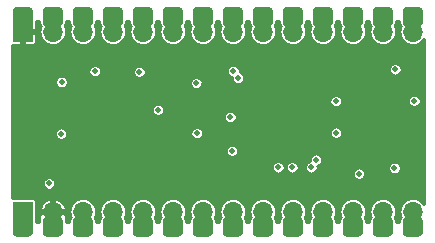
<source format=gbr>
G04 #@! TF.GenerationSoftware,KiCad,Pcbnew,(5.1.0-43-gfdfe5ea)*
G04 #@! TF.CreationDate,2019-03-25T11:45:27-07:00*
G04 #@! TF.ProjectId,lofive,6c6f6669-7665-42e6-9b69-6361645f7063,0*
G04 #@! TF.SameCoordinates,Original*
G04 #@! TF.FileFunction,Copper,L2,Inr*
G04 #@! TF.FilePolarity,Positive*
%FSLAX46Y46*%
G04 Gerber Fmt 4.6, Leading zero omitted, Abs format (unit mm)*
G04 Created by KiCad (PCBNEW (5.1.0-43-gfdfe5ea)) date 2019-03-25 11:45:27*
%MOMM*%
%LPD*%
G04 APERTURE LIST*
%ADD10O,1.700000X1.700000*%
%ADD11R,1.700000X1.700000*%
%ADD12C,0.100000*%
%ADD13C,1.700000*%
%ADD14C,0.850000*%
%ADD15C,0.508000*%
%ADD16C,0.254000*%
G04 APERTURE END LIST*
D10*
X135890000Y-110490000D03*
X133350000Y-110490000D03*
X130810000Y-110490000D03*
X128270000Y-110490000D03*
X125730000Y-110490000D03*
X123190000Y-110490000D03*
X120650000Y-110490000D03*
X118110000Y-110490000D03*
X115570000Y-110490000D03*
X113030000Y-110490000D03*
X110490000Y-110490000D03*
X107950000Y-110490000D03*
X105410000Y-110490000D03*
D11*
X102870000Y-110490000D03*
D12*
G36*
X118576657Y-108372046D02*
G01*
X118617913Y-108378166D01*
X118658371Y-108388300D01*
X118697640Y-108402351D01*
X118735344Y-108420183D01*
X118771117Y-108441625D01*
X118804617Y-108466471D01*
X118835520Y-108494480D01*
X118863529Y-108525383D01*
X118888375Y-108558883D01*
X118909817Y-108594656D01*
X118927649Y-108632360D01*
X118941700Y-108671629D01*
X118951834Y-108712087D01*
X118957954Y-108753343D01*
X118960000Y-108795000D01*
X118960000Y-109645000D01*
X118957954Y-109686657D01*
X118951834Y-109727913D01*
X118941700Y-109768371D01*
X118927649Y-109807640D01*
X118909817Y-109845344D01*
X118888375Y-109881117D01*
X118863529Y-109914617D01*
X118835520Y-109945520D01*
X118804617Y-109973529D01*
X118771117Y-109998375D01*
X118735344Y-110019817D01*
X118697640Y-110037649D01*
X118658371Y-110051700D01*
X118617913Y-110061834D01*
X118576657Y-110067954D01*
X118535000Y-110070000D01*
X117685000Y-110070000D01*
X117643343Y-110067954D01*
X117602087Y-110061834D01*
X117561629Y-110051700D01*
X117522360Y-110037649D01*
X117484656Y-110019817D01*
X117448883Y-109998375D01*
X117415383Y-109973529D01*
X117384480Y-109945520D01*
X117356471Y-109914617D01*
X117331625Y-109881117D01*
X117310183Y-109845344D01*
X117292351Y-109807640D01*
X117278300Y-109768371D01*
X117268166Y-109727913D01*
X117262046Y-109686657D01*
X117260000Y-109645000D01*
X117260000Y-108795000D01*
X117262046Y-108753343D01*
X117268166Y-108712087D01*
X117278300Y-108671629D01*
X117292351Y-108632360D01*
X117310183Y-108594656D01*
X117331625Y-108558883D01*
X117356471Y-108525383D01*
X117384480Y-108494480D01*
X117415383Y-108466471D01*
X117448883Y-108441625D01*
X117484656Y-108420183D01*
X117522360Y-108402351D01*
X117561629Y-108388300D01*
X117602087Y-108378166D01*
X117643343Y-108372046D01*
X117685000Y-108370000D01*
X118535000Y-108370000D01*
X118576657Y-108372046D01*
X118576657Y-108372046D01*
G37*
D13*
X118110000Y-109220000D03*
D12*
G36*
X131276657Y-108372046D02*
G01*
X131317913Y-108378166D01*
X131358371Y-108388300D01*
X131397640Y-108402351D01*
X131435344Y-108420183D01*
X131471117Y-108441625D01*
X131504617Y-108466471D01*
X131535520Y-108494480D01*
X131563529Y-108525383D01*
X131588375Y-108558883D01*
X131609817Y-108594656D01*
X131627649Y-108632360D01*
X131641700Y-108671629D01*
X131651834Y-108712087D01*
X131657954Y-108753343D01*
X131660000Y-108795000D01*
X131660000Y-109645000D01*
X131657954Y-109686657D01*
X131651834Y-109727913D01*
X131641700Y-109768371D01*
X131627649Y-109807640D01*
X131609817Y-109845344D01*
X131588375Y-109881117D01*
X131563529Y-109914617D01*
X131535520Y-109945520D01*
X131504617Y-109973529D01*
X131471117Y-109998375D01*
X131435344Y-110019817D01*
X131397640Y-110037649D01*
X131358371Y-110051700D01*
X131317913Y-110061834D01*
X131276657Y-110067954D01*
X131235000Y-110070000D01*
X130385000Y-110070000D01*
X130343343Y-110067954D01*
X130302087Y-110061834D01*
X130261629Y-110051700D01*
X130222360Y-110037649D01*
X130184656Y-110019817D01*
X130148883Y-109998375D01*
X130115383Y-109973529D01*
X130084480Y-109945520D01*
X130056471Y-109914617D01*
X130031625Y-109881117D01*
X130010183Y-109845344D01*
X129992351Y-109807640D01*
X129978300Y-109768371D01*
X129968166Y-109727913D01*
X129962046Y-109686657D01*
X129960000Y-109645000D01*
X129960000Y-108795000D01*
X129962046Y-108753343D01*
X129968166Y-108712087D01*
X129978300Y-108671629D01*
X129992351Y-108632360D01*
X130010183Y-108594656D01*
X130031625Y-108558883D01*
X130056471Y-108525383D01*
X130084480Y-108494480D01*
X130115383Y-108466471D01*
X130148883Y-108441625D01*
X130184656Y-108420183D01*
X130222360Y-108402351D01*
X130261629Y-108388300D01*
X130302087Y-108378166D01*
X130343343Y-108372046D01*
X130385000Y-108370000D01*
X131235000Y-108370000D01*
X131276657Y-108372046D01*
X131276657Y-108372046D01*
G37*
D13*
X130810000Y-109220000D03*
D12*
G36*
X116036657Y-108372046D02*
G01*
X116077913Y-108378166D01*
X116118371Y-108388300D01*
X116157640Y-108402351D01*
X116195344Y-108420183D01*
X116231117Y-108441625D01*
X116264617Y-108466471D01*
X116295520Y-108494480D01*
X116323529Y-108525383D01*
X116348375Y-108558883D01*
X116369817Y-108594656D01*
X116387649Y-108632360D01*
X116401700Y-108671629D01*
X116411834Y-108712087D01*
X116417954Y-108753343D01*
X116420000Y-108795000D01*
X116420000Y-109645000D01*
X116417954Y-109686657D01*
X116411834Y-109727913D01*
X116401700Y-109768371D01*
X116387649Y-109807640D01*
X116369817Y-109845344D01*
X116348375Y-109881117D01*
X116323529Y-109914617D01*
X116295520Y-109945520D01*
X116264617Y-109973529D01*
X116231117Y-109998375D01*
X116195344Y-110019817D01*
X116157640Y-110037649D01*
X116118371Y-110051700D01*
X116077913Y-110061834D01*
X116036657Y-110067954D01*
X115995000Y-110070000D01*
X115145000Y-110070000D01*
X115103343Y-110067954D01*
X115062087Y-110061834D01*
X115021629Y-110051700D01*
X114982360Y-110037649D01*
X114944656Y-110019817D01*
X114908883Y-109998375D01*
X114875383Y-109973529D01*
X114844480Y-109945520D01*
X114816471Y-109914617D01*
X114791625Y-109881117D01*
X114770183Y-109845344D01*
X114752351Y-109807640D01*
X114738300Y-109768371D01*
X114728166Y-109727913D01*
X114722046Y-109686657D01*
X114720000Y-109645000D01*
X114720000Y-108795000D01*
X114722046Y-108753343D01*
X114728166Y-108712087D01*
X114738300Y-108671629D01*
X114752351Y-108632360D01*
X114770183Y-108594656D01*
X114791625Y-108558883D01*
X114816471Y-108525383D01*
X114844480Y-108494480D01*
X114875383Y-108466471D01*
X114908883Y-108441625D01*
X114944656Y-108420183D01*
X114982360Y-108402351D01*
X115021629Y-108388300D01*
X115062087Y-108378166D01*
X115103343Y-108372046D01*
X115145000Y-108370000D01*
X115995000Y-108370000D01*
X116036657Y-108372046D01*
X116036657Y-108372046D01*
G37*
D13*
X115570000Y-109220000D03*
D12*
G36*
X103336657Y-108372046D02*
G01*
X103377913Y-108378166D01*
X103418371Y-108388300D01*
X103457640Y-108402351D01*
X103495344Y-108420183D01*
X103531117Y-108441625D01*
X103564617Y-108466471D01*
X103595520Y-108494480D01*
X103623529Y-108525383D01*
X103648375Y-108558883D01*
X103669817Y-108594656D01*
X103687649Y-108632360D01*
X103701700Y-108671629D01*
X103711834Y-108712087D01*
X103717954Y-108753343D01*
X103720000Y-108795000D01*
X103720000Y-109645000D01*
X103717954Y-109686657D01*
X103711834Y-109727913D01*
X103701700Y-109768371D01*
X103687649Y-109807640D01*
X103669817Y-109845344D01*
X103648375Y-109881117D01*
X103623529Y-109914617D01*
X103595520Y-109945520D01*
X103564617Y-109973529D01*
X103531117Y-109998375D01*
X103495344Y-110019817D01*
X103457640Y-110037649D01*
X103418371Y-110051700D01*
X103377913Y-110061834D01*
X103336657Y-110067954D01*
X103295000Y-110070000D01*
X102445000Y-110070000D01*
X102403343Y-110067954D01*
X102362087Y-110061834D01*
X102321629Y-110051700D01*
X102282360Y-110037649D01*
X102244656Y-110019817D01*
X102208883Y-109998375D01*
X102175383Y-109973529D01*
X102144480Y-109945520D01*
X102116471Y-109914617D01*
X102091625Y-109881117D01*
X102070183Y-109845344D01*
X102052351Y-109807640D01*
X102038300Y-109768371D01*
X102028166Y-109727913D01*
X102022046Y-109686657D01*
X102020000Y-109645000D01*
X102020000Y-108795000D01*
X102022046Y-108753343D01*
X102028166Y-108712087D01*
X102038300Y-108671629D01*
X102052351Y-108632360D01*
X102070183Y-108594656D01*
X102091625Y-108558883D01*
X102116471Y-108525383D01*
X102144480Y-108494480D01*
X102175383Y-108466471D01*
X102208883Y-108441625D01*
X102244656Y-108420183D01*
X102282360Y-108402351D01*
X102321629Y-108388300D01*
X102362087Y-108378166D01*
X102403343Y-108372046D01*
X102445000Y-108370000D01*
X103295000Y-108370000D01*
X103336657Y-108372046D01*
X103336657Y-108372046D01*
G37*
D13*
X102870000Y-109220000D03*
D12*
G36*
X113496657Y-108372046D02*
G01*
X113537913Y-108378166D01*
X113578371Y-108388300D01*
X113617640Y-108402351D01*
X113655344Y-108420183D01*
X113691117Y-108441625D01*
X113724617Y-108466471D01*
X113755520Y-108494480D01*
X113783529Y-108525383D01*
X113808375Y-108558883D01*
X113829817Y-108594656D01*
X113847649Y-108632360D01*
X113861700Y-108671629D01*
X113871834Y-108712087D01*
X113877954Y-108753343D01*
X113880000Y-108795000D01*
X113880000Y-109645000D01*
X113877954Y-109686657D01*
X113871834Y-109727913D01*
X113861700Y-109768371D01*
X113847649Y-109807640D01*
X113829817Y-109845344D01*
X113808375Y-109881117D01*
X113783529Y-109914617D01*
X113755520Y-109945520D01*
X113724617Y-109973529D01*
X113691117Y-109998375D01*
X113655344Y-110019817D01*
X113617640Y-110037649D01*
X113578371Y-110051700D01*
X113537913Y-110061834D01*
X113496657Y-110067954D01*
X113455000Y-110070000D01*
X112605000Y-110070000D01*
X112563343Y-110067954D01*
X112522087Y-110061834D01*
X112481629Y-110051700D01*
X112442360Y-110037649D01*
X112404656Y-110019817D01*
X112368883Y-109998375D01*
X112335383Y-109973529D01*
X112304480Y-109945520D01*
X112276471Y-109914617D01*
X112251625Y-109881117D01*
X112230183Y-109845344D01*
X112212351Y-109807640D01*
X112198300Y-109768371D01*
X112188166Y-109727913D01*
X112182046Y-109686657D01*
X112180000Y-109645000D01*
X112180000Y-108795000D01*
X112182046Y-108753343D01*
X112188166Y-108712087D01*
X112198300Y-108671629D01*
X112212351Y-108632360D01*
X112230183Y-108594656D01*
X112251625Y-108558883D01*
X112276471Y-108525383D01*
X112304480Y-108494480D01*
X112335383Y-108466471D01*
X112368883Y-108441625D01*
X112404656Y-108420183D01*
X112442360Y-108402351D01*
X112481629Y-108388300D01*
X112522087Y-108378166D01*
X112563343Y-108372046D01*
X112605000Y-108370000D01*
X113455000Y-108370000D01*
X113496657Y-108372046D01*
X113496657Y-108372046D01*
G37*
D13*
X113030000Y-109220000D03*
D12*
G36*
X123656657Y-108372046D02*
G01*
X123697913Y-108378166D01*
X123738371Y-108388300D01*
X123777640Y-108402351D01*
X123815344Y-108420183D01*
X123851117Y-108441625D01*
X123884617Y-108466471D01*
X123915520Y-108494480D01*
X123943529Y-108525383D01*
X123968375Y-108558883D01*
X123989817Y-108594656D01*
X124007649Y-108632360D01*
X124021700Y-108671629D01*
X124031834Y-108712087D01*
X124037954Y-108753343D01*
X124040000Y-108795000D01*
X124040000Y-109645000D01*
X124037954Y-109686657D01*
X124031834Y-109727913D01*
X124021700Y-109768371D01*
X124007649Y-109807640D01*
X123989817Y-109845344D01*
X123968375Y-109881117D01*
X123943529Y-109914617D01*
X123915520Y-109945520D01*
X123884617Y-109973529D01*
X123851117Y-109998375D01*
X123815344Y-110019817D01*
X123777640Y-110037649D01*
X123738371Y-110051700D01*
X123697913Y-110061834D01*
X123656657Y-110067954D01*
X123615000Y-110070000D01*
X122765000Y-110070000D01*
X122723343Y-110067954D01*
X122682087Y-110061834D01*
X122641629Y-110051700D01*
X122602360Y-110037649D01*
X122564656Y-110019817D01*
X122528883Y-109998375D01*
X122495383Y-109973529D01*
X122464480Y-109945520D01*
X122436471Y-109914617D01*
X122411625Y-109881117D01*
X122390183Y-109845344D01*
X122372351Y-109807640D01*
X122358300Y-109768371D01*
X122348166Y-109727913D01*
X122342046Y-109686657D01*
X122340000Y-109645000D01*
X122340000Y-108795000D01*
X122342046Y-108753343D01*
X122348166Y-108712087D01*
X122358300Y-108671629D01*
X122372351Y-108632360D01*
X122390183Y-108594656D01*
X122411625Y-108558883D01*
X122436471Y-108525383D01*
X122464480Y-108494480D01*
X122495383Y-108466471D01*
X122528883Y-108441625D01*
X122564656Y-108420183D01*
X122602360Y-108402351D01*
X122641629Y-108388300D01*
X122682087Y-108378166D01*
X122723343Y-108372046D01*
X122765000Y-108370000D01*
X123615000Y-108370000D01*
X123656657Y-108372046D01*
X123656657Y-108372046D01*
G37*
D13*
X123190000Y-109220000D03*
D12*
G36*
X128736657Y-108372046D02*
G01*
X128777913Y-108378166D01*
X128818371Y-108388300D01*
X128857640Y-108402351D01*
X128895344Y-108420183D01*
X128931117Y-108441625D01*
X128964617Y-108466471D01*
X128995520Y-108494480D01*
X129023529Y-108525383D01*
X129048375Y-108558883D01*
X129069817Y-108594656D01*
X129087649Y-108632360D01*
X129101700Y-108671629D01*
X129111834Y-108712087D01*
X129117954Y-108753343D01*
X129120000Y-108795000D01*
X129120000Y-109645000D01*
X129117954Y-109686657D01*
X129111834Y-109727913D01*
X129101700Y-109768371D01*
X129087649Y-109807640D01*
X129069817Y-109845344D01*
X129048375Y-109881117D01*
X129023529Y-109914617D01*
X128995520Y-109945520D01*
X128964617Y-109973529D01*
X128931117Y-109998375D01*
X128895344Y-110019817D01*
X128857640Y-110037649D01*
X128818371Y-110051700D01*
X128777913Y-110061834D01*
X128736657Y-110067954D01*
X128695000Y-110070000D01*
X127845000Y-110070000D01*
X127803343Y-110067954D01*
X127762087Y-110061834D01*
X127721629Y-110051700D01*
X127682360Y-110037649D01*
X127644656Y-110019817D01*
X127608883Y-109998375D01*
X127575383Y-109973529D01*
X127544480Y-109945520D01*
X127516471Y-109914617D01*
X127491625Y-109881117D01*
X127470183Y-109845344D01*
X127452351Y-109807640D01*
X127438300Y-109768371D01*
X127428166Y-109727913D01*
X127422046Y-109686657D01*
X127420000Y-109645000D01*
X127420000Y-108795000D01*
X127422046Y-108753343D01*
X127428166Y-108712087D01*
X127438300Y-108671629D01*
X127452351Y-108632360D01*
X127470183Y-108594656D01*
X127491625Y-108558883D01*
X127516471Y-108525383D01*
X127544480Y-108494480D01*
X127575383Y-108466471D01*
X127608883Y-108441625D01*
X127644656Y-108420183D01*
X127682360Y-108402351D01*
X127721629Y-108388300D01*
X127762087Y-108378166D01*
X127803343Y-108372046D01*
X127845000Y-108370000D01*
X128695000Y-108370000D01*
X128736657Y-108372046D01*
X128736657Y-108372046D01*
G37*
D13*
X128270000Y-109220000D03*
D12*
G36*
X121116657Y-108372046D02*
G01*
X121157913Y-108378166D01*
X121198371Y-108388300D01*
X121237640Y-108402351D01*
X121275344Y-108420183D01*
X121311117Y-108441625D01*
X121344617Y-108466471D01*
X121375520Y-108494480D01*
X121403529Y-108525383D01*
X121428375Y-108558883D01*
X121449817Y-108594656D01*
X121467649Y-108632360D01*
X121481700Y-108671629D01*
X121491834Y-108712087D01*
X121497954Y-108753343D01*
X121500000Y-108795000D01*
X121500000Y-109645000D01*
X121497954Y-109686657D01*
X121491834Y-109727913D01*
X121481700Y-109768371D01*
X121467649Y-109807640D01*
X121449817Y-109845344D01*
X121428375Y-109881117D01*
X121403529Y-109914617D01*
X121375520Y-109945520D01*
X121344617Y-109973529D01*
X121311117Y-109998375D01*
X121275344Y-110019817D01*
X121237640Y-110037649D01*
X121198371Y-110051700D01*
X121157913Y-110061834D01*
X121116657Y-110067954D01*
X121075000Y-110070000D01*
X120225000Y-110070000D01*
X120183343Y-110067954D01*
X120142087Y-110061834D01*
X120101629Y-110051700D01*
X120062360Y-110037649D01*
X120024656Y-110019817D01*
X119988883Y-109998375D01*
X119955383Y-109973529D01*
X119924480Y-109945520D01*
X119896471Y-109914617D01*
X119871625Y-109881117D01*
X119850183Y-109845344D01*
X119832351Y-109807640D01*
X119818300Y-109768371D01*
X119808166Y-109727913D01*
X119802046Y-109686657D01*
X119800000Y-109645000D01*
X119800000Y-108795000D01*
X119802046Y-108753343D01*
X119808166Y-108712087D01*
X119818300Y-108671629D01*
X119832351Y-108632360D01*
X119850183Y-108594656D01*
X119871625Y-108558883D01*
X119896471Y-108525383D01*
X119924480Y-108494480D01*
X119955383Y-108466471D01*
X119988883Y-108441625D01*
X120024656Y-108420183D01*
X120062360Y-108402351D01*
X120101629Y-108388300D01*
X120142087Y-108378166D01*
X120183343Y-108372046D01*
X120225000Y-108370000D01*
X121075000Y-108370000D01*
X121116657Y-108372046D01*
X121116657Y-108372046D01*
G37*
D13*
X120650000Y-109220000D03*
D12*
G36*
X136356657Y-108372046D02*
G01*
X136397913Y-108378166D01*
X136438371Y-108388300D01*
X136477640Y-108402351D01*
X136515344Y-108420183D01*
X136551117Y-108441625D01*
X136584617Y-108466471D01*
X136615520Y-108494480D01*
X136643529Y-108525383D01*
X136668375Y-108558883D01*
X136689817Y-108594656D01*
X136707649Y-108632360D01*
X136721700Y-108671629D01*
X136731834Y-108712087D01*
X136737954Y-108753343D01*
X136740000Y-108795000D01*
X136740000Y-109645000D01*
X136737954Y-109686657D01*
X136731834Y-109727913D01*
X136721700Y-109768371D01*
X136707649Y-109807640D01*
X136689817Y-109845344D01*
X136668375Y-109881117D01*
X136643529Y-109914617D01*
X136615520Y-109945520D01*
X136584617Y-109973529D01*
X136551117Y-109998375D01*
X136515344Y-110019817D01*
X136477640Y-110037649D01*
X136438371Y-110051700D01*
X136397913Y-110061834D01*
X136356657Y-110067954D01*
X136315000Y-110070000D01*
X135465000Y-110070000D01*
X135423343Y-110067954D01*
X135382087Y-110061834D01*
X135341629Y-110051700D01*
X135302360Y-110037649D01*
X135264656Y-110019817D01*
X135228883Y-109998375D01*
X135195383Y-109973529D01*
X135164480Y-109945520D01*
X135136471Y-109914617D01*
X135111625Y-109881117D01*
X135090183Y-109845344D01*
X135072351Y-109807640D01*
X135058300Y-109768371D01*
X135048166Y-109727913D01*
X135042046Y-109686657D01*
X135040000Y-109645000D01*
X135040000Y-108795000D01*
X135042046Y-108753343D01*
X135048166Y-108712087D01*
X135058300Y-108671629D01*
X135072351Y-108632360D01*
X135090183Y-108594656D01*
X135111625Y-108558883D01*
X135136471Y-108525383D01*
X135164480Y-108494480D01*
X135195383Y-108466471D01*
X135228883Y-108441625D01*
X135264656Y-108420183D01*
X135302360Y-108402351D01*
X135341629Y-108388300D01*
X135382087Y-108378166D01*
X135423343Y-108372046D01*
X135465000Y-108370000D01*
X136315000Y-108370000D01*
X136356657Y-108372046D01*
X136356657Y-108372046D01*
G37*
D13*
X135890000Y-109220000D03*
D12*
G36*
X110956657Y-108372046D02*
G01*
X110997913Y-108378166D01*
X111038371Y-108388300D01*
X111077640Y-108402351D01*
X111115344Y-108420183D01*
X111151117Y-108441625D01*
X111184617Y-108466471D01*
X111215520Y-108494480D01*
X111243529Y-108525383D01*
X111268375Y-108558883D01*
X111289817Y-108594656D01*
X111307649Y-108632360D01*
X111321700Y-108671629D01*
X111331834Y-108712087D01*
X111337954Y-108753343D01*
X111340000Y-108795000D01*
X111340000Y-109645000D01*
X111337954Y-109686657D01*
X111331834Y-109727913D01*
X111321700Y-109768371D01*
X111307649Y-109807640D01*
X111289817Y-109845344D01*
X111268375Y-109881117D01*
X111243529Y-109914617D01*
X111215520Y-109945520D01*
X111184617Y-109973529D01*
X111151117Y-109998375D01*
X111115344Y-110019817D01*
X111077640Y-110037649D01*
X111038371Y-110051700D01*
X110997913Y-110061834D01*
X110956657Y-110067954D01*
X110915000Y-110070000D01*
X110065000Y-110070000D01*
X110023343Y-110067954D01*
X109982087Y-110061834D01*
X109941629Y-110051700D01*
X109902360Y-110037649D01*
X109864656Y-110019817D01*
X109828883Y-109998375D01*
X109795383Y-109973529D01*
X109764480Y-109945520D01*
X109736471Y-109914617D01*
X109711625Y-109881117D01*
X109690183Y-109845344D01*
X109672351Y-109807640D01*
X109658300Y-109768371D01*
X109648166Y-109727913D01*
X109642046Y-109686657D01*
X109640000Y-109645000D01*
X109640000Y-108795000D01*
X109642046Y-108753343D01*
X109648166Y-108712087D01*
X109658300Y-108671629D01*
X109672351Y-108632360D01*
X109690183Y-108594656D01*
X109711625Y-108558883D01*
X109736471Y-108525383D01*
X109764480Y-108494480D01*
X109795383Y-108466471D01*
X109828883Y-108441625D01*
X109864656Y-108420183D01*
X109902360Y-108402351D01*
X109941629Y-108388300D01*
X109982087Y-108378166D01*
X110023343Y-108372046D01*
X110065000Y-108370000D01*
X110915000Y-108370000D01*
X110956657Y-108372046D01*
X110956657Y-108372046D01*
G37*
D13*
X110490000Y-109220000D03*
D12*
G36*
X105876657Y-108372046D02*
G01*
X105917913Y-108378166D01*
X105958371Y-108388300D01*
X105997640Y-108402351D01*
X106035344Y-108420183D01*
X106071117Y-108441625D01*
X106104617Y-108466471D01*
X106135520Y-108494480D01*
X106163529Y-108525383D01*
X106188375Y-108558883D01*
X106209817Y-108594656D01*
X106227649Y-108632360D01*
X106241700Y-108671629D01*
X106251834Y-108712087D01*
X106257954Y-108753343D01*
X106260000Y-108795000D01*
X106260000Y-109645000D01*
X106257954Y-109686657D01*
X106251834Y-109727913D01*
X106241700Y-109768371D01*
X106227649Y-109807640D01*
X106209817Y-109845344D01*
X106188375Y-109881117D01*
X106163529Y-109914617D01*
X106135520Y-109945520D01*
X106104617Y-109973529D01*
X106071117Y-109998375D01*
X106035344Y-110019817D01*
X105997640Y-110037649D01*
X105958371Y-110051700D01*
X105917913Y-110061834D01*
X105876657Y-110067954D01*
X105835000Y-110070000D01*
X104985000Y-110070000D01*
X104943343Y-110067954D01*
X104902087Y-110061834D01*
X104861629Y-110051700D01*
X104822360Y-110037649D01*
X104784656Y-110019817D01*
X104748883Y-109998375D01*
X104715383Y-109973529D01*
X104684480Y-109945520D01*
X104656471Y-109914617D01*
X104631625Y-109881117D01*
X104610183Y-109845344D01*
X104592351Y-109807640D01*
X104578300Y-109768371D01*
X104568166Y-109727913D01*
X104562046Y-109686657D01*
X104560000Y-109645000D01*
X104560000Y-108795000D01*
X104562046Y-108753343D01*
X104568166Y-108712087D01*
X104578300Y-108671629D01*
X104592351Y-108632360D01*
X104610183Y-108594656D01*
X104631625Y-108558883D01*
X104656471Y-108525383D01*
X104684480Y-108494480D01*
X104715383Y-108466471D01*
X104748883Y-108441625D01*
X104784656Y-108420183D01*
X104822360Y-108402351D01*
X104861629Y-108388300D01*
X104902087Y-108378166D01*
X104943343Y-108372046D01*
X104985000Y-108370000D01*
X105835000Y-108370000D01*
X105876657Y-108372046D01*
X105876657Y-108372046D01*
G37*
D13*
X105410000Y-109220000D03*
D12*
G36*
X108416657Y-108372046D02*
G01*
X108457913Y-108378166D01*
X108498371Y-108388300D01*
X108537640Y-108402351D01*
X108575344Y-108420183D01*
X108611117Y-108441625D01*
X108644617Y-108466471D01*
X108675520Y-108494480D01*
X108703529Y-108525383D01*
X108728375Y-108558883D01*
X108749817Y-108594656D01*
X108767649Y-108632360D01*
X108781700Y-108671629D01*
X108791834Y-108712087D01*
X108797954Y-108753343D01*
X108800000Y-108795000D01*
X108800000Y-109645000D01*
X108797954Y-109686657D01*
X108791834Y-109727913D01*
X108781700Y-109768371D01*
X108767649Y-109807640D01*
X108749817Y-109845344D01*
X108728375Y-109881117D01*
X108703529Y-109914617D01*
X108675520Y-109945520D01*
X108644617Y-109973529D01*
X108611117Y-109998375D01*
X108575344Y-110019817D01*
X108537640Y-110037649D01*
X108498371Y-110051700D01*
X108457913Y-110061834D01*
X108416657Y-110067954D01*
X108375000Y-110070000D01*
X107525000Y-110070000D01*
X107483343Y-110067954D01*
X107442087Y-110061834D01*
X107401629Y-110051700D01*
X107362360Y-110037649D01*
X107324656Y-110019817D01*
X107288883Y-109998375D01*
X107255383Y-109973529D01*
X107224480Y-109945520D01*
X107196471Y-109914617D01*
X107171625Y-109881117D01*
X107150183Y-109845344D01*
X107132351Y-109807640D01*
X107118300Y-109768371D01*
X107108166Y-109727913D01*
X107102046Y-109686657D01*
X107100000Y-109645000D01*
X107100000Y-108795000D01*
X107102046Y-108753343D01*
X107108166Y-108712087D01*
X107118300Y-108671629D01*
X107132351Y-108632360D01*
X107150183Y-108594656D01*
X107171625Y-108558883D01*
X107196471Y-108525383D01*
X107224480Y-108494480D01*
X107255383Y-108466471D01*
X107288883Y-108441625D01*
X107324656Y-108420183D01*
X107362360Y-108402351D01*
X107401629Y-108388300D01*
X107442087Y-108378166D01*
X107483343Y-108372046D01*
X107525000Y-108370000D01*
X108375000Y-108370000D01*
X108416657Y-108372046D01*
X108416657Y-108372046D01*
G37*
D13*
X107950000Y-109220000D03*
D12*
G36*
X126196657Y-108372046D02*
G01*
X126237913Y-108378166D01*
X126278371Y-108388300D01*
X126317640Y-108402351D01*
X126355344Y-108420183D01*
X126391117Y-108441625D01*
X126424617Y-108466471D01*
X126455520Y-108494480D01*
X126483529Y-108525383D01*
X126508375Y-108558883D01*
X126529817Y-108594656D01*
X126547649Y-108632360D01*
X126561700Y-108671629D01*
X126571834Y-108712087D01*
X126577954Y-108753343D01*
X126580000Y-108795000D01*
X126580000Y-109645000D01*
X126577954Y-109686657D01*
X126571834Y-109727913D01*
X126561700Y-109768371D01*
X126547649Y-109807640D01*
X126529817Y-109845344D01*
X126508375Y-109881117D01*
X126483529Y-109914617D01*
X126455520Y-109945520D01*
X126424617Y-109973529D01*
X126391117Y-109998375D01*
X126355344Y-110019817D01*
X126317640Y-110037649D01*
X126278371Y-110051700D01*
X126237913Y-110061834D01*
X126196657Y-110067954D01*
X126155000Y-110070000D01*
X125305000Y-110070000D01*
X125263343Y-110067954D01*
X125222087Y-110061834D01*
X125181629Y-110051700D01*
X125142360Y-110037649D01*
X125104656Y-110019817D01*
X125068883Y-109998375D01*
X125035383Y-109973529D01*
X125004480Y-109945520D01*
X124976471Y-109914617D01*
X124951625Y-109881117D01*
X124930183Y-109845344D01*
X124912351Y-109807640D01*
X124898300Y-109768371D01*
X124888166Y-109727913D01*
X124882046Y-109686657D01*
X124880000Y-109645000D01*
X124880000Y-108795000D01*
X124882046Y-108753343D01*
X124888166Y-108712087D01*
X124898300Y-108671629D01*
X124912351Y-108632360D01*
X124930183Y-108594656D01*
X124951625Y-108558883D01*
X124976471Y-108525383D01*
X125004480Y-108494480D01*
X125035383Y-108466471D01*
X125068883Y-108441625D01*
X125104656Y-108420183D01*
X125142360Y-108402351D01*
X125181629Y-108388300D01*
X125222087Y-108378166D01*
X125263343Y-108372046D01*
X125305000Y-108370000D01*
X126155000Y-108370000D01*
X126196657Y-108372046D01*
X126196657Y-108372046D01*
G37*
D13*
X125730000Y-109220000D03*
D12*
G36*
X133816657Y-108372046D02*
G01*
X133857913Y-108378166D01*
X133898371Y-108388300D01*
X133937640Y-108402351D01*
X133975344Y-108420183D01*
X134011117Y-108441625D01*
X134044617Y-108466471D01*
X134075520Y-108494480D01*
X134103529Y-108525383D01*
X134128375Y-108558883D01*
X134149817Y-108594656D01*
X134167649Y-108632360D01*
X134181700Y-108671629D01*
X134191834Y-108712087D01*
X134197954Y-108753343D01*
X134200000Y-108795000D01*
X134200000Y-109645000D01*
X134197954Y-109686657D01*
X134191834Y-109727913D01*
X134181700Y-109768371D01*
X134167649Y-109807640D01*
X134149817Y-109845344D01*
X134128375Y-109881117D01*
X134103529Y-109914617D01*
X134075520Y-109945520D01*
X134044617Y-109973529D01*
X134011117Y-109998375D01*
X133975344Y-110019817D01*
X133937640Y-110037649D01*
X133898371Y-110051700D01*
X133857913Y-110061834D01*
X133816657Y-110067954D01*
X133775000Y-110070000D01*
X132925000Y-110070000D01*
X132883343Y-110067954D01*
X132842087Y-110061834D01*
X132801629Y-110051700D01*
X132762360Y-110037649D01*
X132724656Y-110019817D01*
X132688883Y-109998375D01*
X132655383Y-109973529D01*
X132624480Y-109945520D01*
X132596471Y-109914617D01*
X132571625Y-109881117D01*
X132550183Y-109845344D01*
X132532351Y-109807640D01*
X132518300Y-109768371D01*
X132508166Y-109727913D01*
X132502046Y-109686657D01*
X132500000Y-109645000D01*
X132500000Y-108795000D01*
X132502046Y-108753343D01*
X132508166Y-108712087D01*
X132518300Y-108671629D01*
X132532351Y-108632360D01*
X132550183Y-108594656D01*
X132571625Y-108558883D01*
X132596471Y-108525383D01*
X132624480Y-108494480D01*
X132655383Y-108466471D01*
X132688883Y-108441625D01*
X132724656Y-108420183D01*
X132762360Y-108402351D01*
X132801629Y-108388300D01*
X132842087Y-108378166D01*
X132883343Y-108372046D01*
X132925000Y-108370000D01*
X133775000Y-108370000D01*
X133816657Y-108372046D01*
X133816657Y-108372046D01*
G37*
D13*
X133350000Y-109220000D03*
D10*
X135890000Y-125730000D03*
X133350000Y-125730000D03*
X130810000Y-125730000D03*
X128270000Y-125730000D03*
X125730000Y-125730000D03*
X123190000Y-125730000D03*
X120650000Y-125730000D03*
X118110000Y-125730000D03*
X115570000Y-125730000D03*
X113030000Y-125730000D03*
X110490000Y-125730000D03*
X107950000Y-125730000D03*
X105410000Y-125730000D03*
D11*
X102870000Y-125730000D03*
D12*
G36*
X118576657Y-126152046D02*
G01*
X118617913Y-126158166D01*
X118658371Y-126168300D01*
X118697640Y-126182351D01*
X118735344Y-126200183D01*
X118771117Y-126221625D01*
X118804617Y-126246471D01*
X118835520Y-126274480D01*
X118863529Y-126305383D01*
X118888375Y-126338883D01*
X118909817Y-126374656D01*
X118927649Y-126412360D01*
X118941700Y-126451629D01*
X118951834Y-126492087D01*
X118957954Y-126533343D01*
X118960000Y-126575000D01*
X118960000Y-127425000D01*
X118957954Y-127466657D01*
X118951834Y-127507913D01*
X118941700Y-127548371D01*
X118927649Y-127587640D01*
X118909817Y-127625344D01*
X118888375Y-127661117D01*
X118863529Y-127694617D01*
X118835520Y-127725520D01*
X118804617Y-127753529D01*
X118771117Y-127778375D01*
X118735344Y-127799817D01*
X118697640Y-127817649D01*
X118658371Y-127831700D01*
X118617913Y-127841834D01*
X118576657Y-127847954D01*
X118535000Y-127850000D01*
X117685000Y-127850000D01*
X117643343Y-127847954D01*
X117602087Y-127841834D01*
X117561629Y-127831700D01*
X117522360Y-127817649D01*
X117484656Y-127799817D01*
X117448883Y-127778375D01*
X117415383Y-127753529D01*
X117384480Y-127725520D01*
X117356471Y-127694617D01*
X117331625Y-127661117D01*
X117310183Y-127625344D01*
X117292351Y-127587640D01*
X117278300Y-127548371D01*
X117268166Y-127507913D01*
X117262046Y-127466657D01*
X117260000Y-127425000D01*
X117260000Y-126575000D01*
X117262046Y-126533343D01*
X117268166Y-126492087D01*
X117278300Y-126451629D01*
X117292351Y-126412360D01*
X117310183Y-126374656D01*
X117331625Y-126338883D01*
X117356471Y-126305383D01*
X117384480Y-126274480D01*
X117415383Y-126246471D01*
X117448883Y-126221625D01*
X117484656Y-126200183D01*
X117522360Y-126182351D01*
X117561629Y-126168300D01*
X117602087Y-126158166D01*
X117643343Y-126152046D01*
X117685000Y-126150000D01*
X118535000Y-126150000D01*
X118576657Y-126152046D01*
X118576657Y-126152046D01*
G37*
D13*
X118110000Y-127000000D03*
D12*
G36*
X131276657Y-126152046D02*
G01*
X131317913Y-126158166D01*
X131358371Y-126168300D01*
X131397640Y-126182351D01*
X131435344Y-126200183D01*
X131471117Y-126221625D01*
X131504617Y-126246471D01*
X131535520Y-126274480D01*
X131563529Y-126305383D01*
X131588375Y-126338883D01*
X131609817Y-126374656D01*
X131627649Y-126412360D01*
X131641700Y-126451629D01*
X131651834Y-126492087D01*
X131657954Y-126533343D01*
X131660000Y-126575000D01*
X131660000Y-127425000D01*
X131657954Y-127466657D01*
X131651834Y-127507913D01*
X131641700Y-127548371D01*
X131627649Y-127587640D01*
X131609817Y-127625344D01*
X131588375Y-127661117D01*
X131563529Y-127694617D01*
X131535520Y-127725520D01*
X131504617Y-127753529D01*
X131471117Y-127778375D01*
X131435344Y-127799817D01*
X131397640Y-127817649D01*
X131358371Y-127831700D01*
X131317913Y-127841834D01*
X131276657Y-127847954D01*
X131235000Y-127850000D01*
X130385000Y-127850000D01*
X130343343Y-127847954D01*
X130302087Y-127841834D01*
X130261629Y-127831700D01*
X130222360Y-127817649D01*
X130184656Y-127799817D01*
X130148883Y-127778375D01*
X130115383Y-127753529D01*
X130084480Y-127725520D01*
X130056471Y-127694617D01*
X130031625Y-127661117D01*
X130010183Y-127625344D01*
X129992351Y-127587640D01*
X129978300Y-127548371D01*
X129968166Y-127507913D01*
X129962046Y-127466657D01*
X129960000Y-127425000D01*
X129960000Y-126575000D01*
X129962046Y-126533343D01*
X129968166Y-126492087D01*
X129978300Y-126451629D01*
X129992351Y-126412360D01*
X130010183Y-126374656D01*
X130031625Y-126338883D01*
X130056471Y-126305383D01*
X130084480Y-126274480D01*
X130115383Y-126246471D01*
X130148883Y-126221625D01*
X130184656Y-126200183D01*
X130222360Y-126182351D01*
X130261629Y-126168300D01*
X130302087Y-126158166D01*
X130343343Y-126152046D01*
X130385000Y-126150000D01*
X131235000Y-126150000D01*
X131276657Y-126152046D01*
X131276657Y-126152046D01*
G37*
D13*
X130810000Y-127000000D03*
D12*
G36*
X116036657Y-126152046D02*
G01*
X116077913Y-126158166D01*
X116118371Y-126168300D01*
X116157640Y-126182351D01*
X116195344Y-126200183D01*
X116231117Y-126221625D01*
X116264617Y-126246471D01*
X116295520Y-126274480D01*
X116323529Y-126305383D01*
X116348375Y-126338883D01*
X116369817Y-126374656D01*
X116387649Y-126412360D01*
X116401700Y-126451629D01*
X116411834Y-126492087D01*
X116417954Y-126533343D01*
X116420000Y-126575000D01*
X116420000Y-127425000D01*
X116417954Y-127466657D01*
X116411834Y-127507913D01*
X116401700Y-127548371D01*
X116387649Y-127587640D01*
X116369817Y-127625344D01*
X116348375Y-127661117D01*
X116323529Y-127694617D01*
X116295520Y-127725520D01*
X116264617Y-127753529D01*
X116231117Y-127778375D01*
X116195344Y-127799817D01*
X116157640Y-127817649D01*
X116118371Y-127831700D01*
X116077913Y-127841834D01*
X116036657Y-127847954D01*
X115995000Y-127850000D01*
X115145000Y-127850000D01*
X115103343Y-127847954D01*
X115062087Y-127841834D01*
X115021629Y-127831700D01*
X114982360Y-127817649D01*
X114944656Y-127799817D01*
X114908883Y-127778375D01*
X114875383Y-127753529D01*
X114844480Y-127725520D01*
X114816471Y-127694617D01*
X114791625Y-127661117D01*
X114770183Y-127625344D01*
X114752351Y-127587640D01*
X114738300Y-127548371D01*
X114728166Y-127507913D01*
X114722046Y-127466657D01*
X114720000Y-127425000D01*
X114720000Y-126575000D01*
X114722046Y-126533343D01*
X114728166Y-126492087D01*
X114738300Y-126451629D01*
X114752351Y-126412360D01*
X114770183Y-126374656D01*
X114791625Y-126338883D01*
X114816471Y-126305383D01*
X114844480Y-126274480D01*
X114875383Y-126246471D01*
X114908883Y-126221625D01*
X114944656Y-126200183D01*
X114982360Y-126182351D01*
X115021629Y-126168300D01*
X115062087Y-126158166D01*
X115103343Y-126152046D01*
X115145000Y-126150000D01*
X115995000Y-126150000D01*
X116036657Y-126152046D01*
X116036657Y-126152046D01*
G37*
D13*
X115570000Y-127000000D03*
D12*
G36*
X103336657Y-126152046D02*
G01*
X103377913Y-126158166D01*
X103418371Y-126168300D01*
X103457640Y-126182351D01*
X103495344Y-126200183D01*
X103531117Y-126221625D01*
X103564617Y-126246471D01*
X103595520Y-126274480D01*
X103623529Y-126305383D01*
X103648375Y-126338883D01*
X103669817Y-126374656D01*
X103687649Y-126412360D01*
X103701700Y-126451629D01*
X103711834Y-126492087D01*
X103717954Y-126533343D01*
X103720000Y-126575000D01*
X103720000Y-127425000D01*
X103717954Y-127466657D01*
X103711834Y-127507913D01*
X103701700Y-127548371D01*
X103687649Y-127587640D01*
X103669817Y-127625344D01*
X103648375Y-127661117D01*
X103623529Y-127694617D01*
X103595520Y-127725520D01*
X103564617Y-127753529D01*
X103531117Y-127778375D01*
X103495344Y-127799817D01*
X103457640Y-127817649D01*
X103418371Y-127831700D01*
X103377913Y-127841834D01*
X103336657Y-127847954D01*
X103295000Y-127850000D01*
X102445000Y-127850000D01*
X102403343Y-127847954D01*
X102362087Y-127841834D01*
X102321629Y-127831700D01*
X102282360Y-127817649D01*
X102244656Y-127799817D01*
X102208883Y-127778375D01*
X102175383Y-127753529D01*
X102144480Y-127725520D01*
X102116471Y-127694617D01*
X102091625Y-127661117D01*
X102070183Y-127625344D01*
X102052351Y-127587640D01*
X102038300Y-127548371D01*
X102028166Y-127507913D01*
X102022046Y-127466657D01*
X102020000Y-127425000D01*
X102020000Y-126575000D01*
X102022046Y-126533343D01*
X102028166Y-126492087D01*
X102038300Y-126451629D01*
X102052351Y-126412360D01*
X102070183Y-126374656D01*
X102091625Y-126338883D01*
X102116471Y-126305383D01*
X102144480Y-126274480D01*
X102175383Y-126246471D01*
X102208883Y-126221625D01*
X102244656Y-126200183D01*
X102282360Y-126182351D01*
X102321629Y-126168300D01*
X102362087Y-126158166D01*
X102403343Y-126152046D01*
X102445000Y-126150000D01*
X103295000Y-126150000D01*
X103336657Y-126152046D01*
X103336657Y-126152046D01*
G37*
D13*
X102870000Y-127000000D03*
D12*
G36*
X113496657Y-126152046D02*
G01*
X113537913Y-126158166D01*
X113578371Y-126168300D01*
X113617640Y-126182351D01*
X113655344Y-126200183D01*
X113691117Y-126221625D01*
X113724617Y-126246471D01*
X113755520Y-126274480D01*
X113783529Y-126305383D01*
X113808375Y-126338883D01*
X113829817Y-126374656D01*
X113847649Y-126412360D01*
X113861700Y-126451629D01*
X113871834Y-126492087D01*
X113877954Y-126533343D01*
X113880000Y-126575000D01*
X113880000Y-127425000D01*
X113877954Y-127466657D01*
X113871834Y-127507913D01*
X113861700Y-127548371D01*
X113847649Y-127587640D01*
X113829817Y-127625344D01*
X113808375Y-127661117D01*
X113783529Y-127694617D01*
X113755520Y-127725520D01*
X113724617Y-127753529D01*
X113691117Y-127778375D01*
X113655344Y-127799817D01*
X113617640Y-127817649D01*
X113578371Y-127831700D01*
X113537913Y-127841834D01*
X113496657Y-127847954D01*
X113455000Y-127850000D01*
X112605000Y-127850000D01*
X112563343Y-127847954D01*
X112522087Y-127841834D01*
X112481629Y-127831700D01*
X112442360Y-127817649D01*
X112404656Y-127799817D01*
X112368883Y-127778375D01*
X112335383Y-127753529D01*
X112304480Y-127725520D01*
X112276471Y-127694617D01*
X112251625Y-127661117D01*
X112230183Y-127625344D01*
X112212351Y-127587640D01*
X112198300Y-127548371D01*
X112188166Y-127507913D01*
X112182046Y-127466657D01*
X112180000Y-127425000D01*
X112180000Y-126575000D01*
X112182046Y-126533343D01*
X112188166Y-126492087D01*
X112198300Y-126451629D01*
X112212351Y-126412360D01*
X112230183Y-126374656D01*
X112251625Y-126338883D01*
X112276471Y-126305383D01*
X112304480Y-126274480D01*
X112335383Y-126246471D01*
X112368883Y-126221625D01*
X112404656Y-126200183D01*
X112442360Y-126182351D01*
X112481629Y-126168300D01*
X112522087Y-126158166D01*
X112563343Y-126152046D01*
X112605000Y-126150000D01*
X113455000Y-126150000D01*
X113496657Y-126152046D01*
X113496657Y-126152046D01*
G37*
D13*
X113030000Y-127000000D03*
D14*
X123190000Y-127000000D03*
D12*
G36*
X123656657Y-126152046D02*
G01*
X123697913Y-126158166D01*
X123738371Y-126168300D01*
X123777640Y-126182351D01*
X123815344Y-126200183D01*
X123851117Y-126221625D01*
X123884617Y-126246471D01*
X123915520Y-126274480D01*
X123943529Y-126305383D01*
X123968375Y-126338883D01*
X123989817Y-126374656D01*
X124007649Y-126412360D01*
X124021700Y-126451629D01*
X124031834Y-126492087D01*
X124037954Y-126533343D01*
X124040000Y-126575000D01*
X124040000Y-127425000D01*
X124037954Y-127466657D01*
X124031834Y-127507913D01*
X124021700Y-127548371D01*
X124007649Y-127587640D01*
X123989817Y-127625344D01*
X123968375Y-127661117D01*
X123943529Y-127694617D01*
X123915520Y-127725520D01*
X123884617Y-127753529D01*
X123851117Y-127778375D01*
X123815344Y-127799817D01*
X123777640Y-127817649D01*
X123738371Y-127831700D01*
X123697913Y-127841834D01*
X123656657Y-127847954D01*
X123615000Y-127850000D01*
X122765000Y-127850000D01*
X122723343Y-127847954D01*
X122682087Y-127841834D01*
X122641629Y-127831700D01*
X122602360Y-127817649D01*
X122564656Y-127799817D01*
X122528883Y-127778375D01*
X122495383Y-127753529D01*
X122464480Y-127725520D01*
X122436471Y-127694617D01*
X122411625Y-127661117D01*
X122390183Y-127625344D01*
X122372351Y-127587640D01*
X122358300Y-127548371D01*
X122348166Y-127507913D01*
X122342046Y-127466657D01*
X122340000Y-127425000D01*
X122340000Y-126575000D01*
X122342046Y-126533343D01*
X122348166Y-126492087D01*
X122358300Y-126451629D01*
X122372351Y-126412360D01*
X122390183Y-126374656D01*
X122411625Y-126338883D01*
X122436471Y-126305383D01*
X122464480Y-126274480D01*
X122495383Y-126246471D01*
X122528883Y-126221625D01*
X122564656Y-126200183D01*
X122602360Y-126182351D01*
X122641629Y-126168300D01*
X122682087Y-126158166D01*
X122723343Y-126152046D01*
X122765000Y-126150000D01*
X123615000Y-126150000D01*
X123656657Y-126152046D01*
X123656657Y-126152046D01*
G37*
G36*
X128736657Y-126152046D02*
G01*
X128777913Y-126158166D01*
X128818371Y-126168300D01*
X128857640Y-126182351D01*
X128895344Y-126200183D01*
X128931117Y-126221625D01*
X128964617Y-126246471D01*
X128995520Y-126274480D01*
X129023529Y-126305383D01*
X129048375Y-126338883D01*
X129069817Y-126374656D01*
X129087649Y-126412360D01*
X129101700Y-126451629D01*
X129111834Y-126492087D01*
X129117954Y-126533343D01*
X129120000Y-126575000D01*
X129120000Y-127425000D01*
X129117954Y-127466657D01*
X129111834Y-127507913D01*
X129101700Y-127548371D01*
X129087649Y-127587640D01*
X129069817Y-127625344D01*
X129048375Y-127661117D01*
X129023529Y-127694617D01*
X128995520Y-127725520D01*
X128964617Y-127753529D01*
X128931117Y-127778375D01*
X128895344Y-127799817D01*
X128857640Y-127817649D01*
X128818371Y-127831700D01*
X128777913Y-127841834D01*
X128736657Y-127847954D01*
X128695000Y-127850000D01*
X127845000Y-127850000D01*
X127803343Y-127847954D01*
X127762087Y-127841834D01*
X127721629Y-127831700D01*
X127682360Y-127817649D01*
X127644656Y-127799817D01*
X127608883Y-127778375D01*
X127575383Y-127753529D01*
X127544480Y-127725520D01*
X127516471Y-127694617D01*
X127491625Y-127661117D01*
X127470183Y-127625344D01*
X127452351Y-127587640D01*
X127438300Y-127548371D01*
X127428166Y-127507913D01*
X127422046Y-127466657D01*
X127420000Y-127425000D01*
X127420000Y-126575000D01*
X127422046Y-126533343D01*
X127428166Y-126492087D01*
X127438300Y-126451629D01*
X127452351Y-126412360D01*
X127470183Y-126374656D01*
X127491625Y-126338883D01*
X127516471Y-126305383D01*
X127544480Y-126274480D01*
X127575383Y-126246471D01*
X127608883Y-126221625D01*
X127644656Y-126200183D01*
X127682360Y-126182351D01*
X127721629Y-126168300D01*
X127762087Y-126158166D01*
X127803343Y-126152046D01*
X127845000Y-126150000D01*
X128695000Y-126150000D01*
X128736657Y-126152046D01*
X128736657Y-126152046D01*
G37*
D13*
X128270000Y-127000000D03*
D12*
G36*
X121116657Y-126152046D02*
G01*
X121157913Y-126158166D01*
X121198371Y-126168300D01*
X121237640Y-126182351D01*
X121275344Y-126200183D01*
X121311117Y-126221625D01*
X121344617Y-126246471D01*
X121375520Y-126274480D01*
X121403529Y-126305383D01*
X121428375Y-126338883D01*
X121449817Y-126374656D01*
X121467649Y-126412360D01*
X121481700Y-126451629D01*
X121491834Y-126492087D01*
X121497954Y-126533343D01*
X121500000Y-126575000D01*
X121500000Y-127425000D01*
X121497954Y-127466657D01*
X121491834Y-127507913D01*
X121481700Y-127548371D01*
X121467649Y-127587640D01*
X121449817Y-127625344D01*
X121428375Y-127661117D01*
X121403529Y-127694617D01*
X121375520Y-127725520D01*
X121344617Y-127753529D01*
X121311117Y-127778375D01*
X121275344Y-127799817D01*
X121237640Y-127817649D01*
X121198371Y-127831700D01*
X121157913Y-127841834D01*
X121116657Y-127847954D01*
X121075000Y-127850000D01*
X120225000Y-127850000D01*
X120183343Y-127847954D01*
X120142087Y-127841834D01*
X120101629Y-127831700D01*
X120062360Y-127817649D01*
X120024656Y-127799817D01*
X119988883Y-127778375D01*
X119955383Y-127753529D01*
X119924480Y-127725520D01*
X119896471Y-127694617D01*
X119871625Y-127661117D01*
X119850183Y-127625344D01*
X119832351Y-127587640D01*
X119818300Y-127548371D01*
X119808166Y-127507913D01*
X119802046Y-127466657D01*
X119800000Y-127425000D01*
X119800000Y-126575000D01*
X119802046Y-126533343D01*
X119808166Y-126492087D01*
X119818300Y-126451629D01*
X119832351Y-126412360D01*
X119850183Y-126374656D01*
X119871625Y-126338883D01*
X119896471Y-126305383D01*
X119924480Y-126274480D01*
X119955383Y-126246471D01*
X119988883Y-126221625D01*
X120024656Y-126200183D01*
X120062360Y-126182351D01*
X120101629Y-126168300D01*
X120142087Y-126158166D01*
X120183343Y-126152046D01*
X120225000Y-126150000D01*
X121075000Y-126150000D01*
X121116657Y-126152046D01*
X121116657Y-126152046D01*
G37*
D13*
X120650000Y-127000000D03*
D12*
G36*
X136356657Y-126152046D02*
G01*
X136397913Y-126158166D01*
X136438371Y-126168300D01*
X136477640Y-126182351D01*
X136515344Y-126200183D01*
X136551117Y-126221625D01*
X136584617Y-126246471D01*
X136615520Y-126274480D01*
X136643529Y-126305383D01*
X136668375Y-126338883D01*
X136689817Y-126374656D01*
X136707649Y-126412360D01*
X136721700Y-126451629D01*
X136731834Y-126492087D01*
X136737954Y-126533343D01*
X136740000Y-126575000D01*
X136740000Y-127425000D01*
X136737954Y-127466657D01*
X136731834Y-127507913D01*
X136721700Y-127548371D01*
X136707649Y-127587640D01*
X136689817Y-127625344D01*
X136668375Y-127661117D01*
X136643529Y-127694617D01*
X136615520Y-127725520D01*
X136584617Y-127753529D01*
X136551117Y-127778375D01*
X136515344Y-127799817D01*
X136477640Y-127817649D01*
X136438371Y-127831700D01*
X136397913Y-127841834D01*
X136356657Y-127847954D01*
X136315000Y-127850000D01*
X135465000Y-127850000D01*
X135423343Y-127847954D01*
X135382087Y-127841834D01*
X135341629Y-127831700D01*
X135302360Y-127817649D01*
X135264656Y-127799817D01*
X135228883Y-127778375D01*
X135195383Y-127753529D01*
X135164480Y-127725520D01*
X135136471Y-127694617D01*
X135111625Y-127661117D01*
X135090183Y-127625344D01*
X135072351Y-127587640D01*
X135058300Y-127548371D01*
X135048166Y-127507913D01*
X135042046Y-127466657D01*
X135040000Y-127425000D01*
X135040000Y-126575000D01*
X135042046Y-126533343D01*
X135048166Y-126492087D01*
X135058300Y-126451629D01*
X135072351Y-126412360D01*
X135090183Y-126374656D01*
X135111625Y-126338883D01*
X135136471Y-126305383D01*
X135164480Y-126274480D01*
X135195383Y-126246471D01*
X135228883Y-126221625D01*
X135264656Y-126200183D01*
X135302360Y-126182351D01*
X135341629Y-126168300D01*
X135382087Y-126158166D01*
X135423343Y-126152046D01*
X135465000Y-126150000D01*
X136315000Y-126150000D01*
X136356657Y-126152046D01*
X136356657Y-126152046D01*
G37*
D13*
X135890000Y-127000000D03*
D12*
G36*
X110956657Y-126152046D02*
G01*
X110997913Y-126158166D01*
X111038371Y-126168300D01*
X111077640Y-126182351D01*
X111115344Y-126200183D01*
X111151117Y-126221625D01*
X111184617Y-126246471D01*
X111215520Y-126274480D01*
X111243529Y-126305383D01*
X111268375Y-126338883D01*
X111289817Y-126374656D01*
X111307649Y-126412360D01*
X111321700Y-126451629D01*
X111331834Y-126492087D01*
X111337954Y-126533343D01*
X111340000Y-126575000D01*
X111340000Y-127425000D01*
X111337954Y-127466657D01*
X111331834Y-127507913D01*
X111321700Y-127548371D01*
X111307649Y-127587640D01*
X111289817Y-127625344D01*
X111268375Y-127661117D01*
X111243529Y-127694617D01*
X111215520Y-127725520D01*
X111184617Y-127753529D01*
X111151117Y-127778375D01*
X111115344Y-127799817D01*
X111077640Y-127817649D01*
X111038371Y-127831700D01*
X110997913Y-127841834D01*
X110956657Y-127847954D01*
X110915000Y-127850000D01*
X110065000Y-127850000D01*
X110023343Y-127847954D01*
X109982087Y-127841834D01*
X109941629Y-127831700D01*
X109902360Y-127817649D01*
X109864656Y-127799817D01*
X109828883Y-127778375D01*
X109795383Y-127753529D01*
X109764480Y-127725520D01*
X109736471Y-127694617D01*
X109711625Y-127661117D01*
X109690183Y-127625344D01*
X109672351Y-127587640D01*
X109658300Y-127548371D01*
X109648166Y-127507913D01*
X109642046Y-127466657D01*
X109640000Y-127425000D01*
X109640000Y-126575000D01*
X109642046Y-126533343D01*
X109648166Y-126492087D01*
X109658300Y-126451629D01*
X109672351Y-126412360D01*
X109690183Y-126374656D01*
X109711625Y-126338883D01*
X109736471Y-126305383D01*
X109764480Y-126274480D01*
X109795383Y-126246471D01*
X109828883Y-126221625D01*
X109864656Y-126200183D01*
X109902360Y-126182351D01*
X109941629Y-126168300D01*
X109982087Y-126158166D01*
X110023343Y-126152046D01*
X110065000Y-126150000D01*
X110915000Y-126150000D01*
X110956657Y-126152046D01*
X110956657Y-126152046D01*
G37*
D13*
X110490000Y-127000000D03*
D12*
G36*
X105876657Y-126152046D02*
G01*
X105917913Y-126158166D01*
X105958371Y-126168300D01*
X105997640Y-126182351D01*
X106035344Y-126200183D01*
X106071117Y-126221625D01*
X106104617Y-126246471D01*
X106135520Y-126274480D01*
X106163529Y-126305383D01*
X106188375Y-126338883D01*
X106209817Y-126374656D01*
X106227649Y-126412360D01*
X106241700Y-126451629D01*
X106251834Y-126492087D01*
X106257954Y-126533343D01*
X106260000Y-126575000D01*
X106260000Y-127425000D01*
X106257954Y-127466657D01*
X106251834Y-127507913D01*
X106241700Y-127548371D01*
X106227649Y-127587640D01*
X106209817Y-127625344D01*
X106188375Y-127661117D01*
X106163529Y-127694617D01*
X106135520Y-127725520D01*
X106104617Y-127753529D01*
X106071117Y-127778375D01*
X106035344Y-127799817D01*
X105997640Y-127817649D01*
X105958371Y-127831700D01*
X105917913Y-127841834D01*
X105876657Y-127847954D01*
X105835000Y-127850000D01*
X104985000Y-127850000D01*
X104943343Y-127847954D01*
X104902087Y-127841834D01*
X104861629Y-127831700D01*
X104822360Y-127817649D01*
X104784656Y-127799817D01*
X104748883Y-127778375D01*
X104715383Y-127753529D01*
X104684480Y-127725520D01*
X104656471Y-127694617D01*
X104631625Y-127661117D01*
X104610183Y-127625344D01*
X104592351Y-127587640D01*
X104578300Y-127548371D01*
X104568166Y-127507913D01*
X104562046Y-127466657D01*
X104560000Y-127425000D01*
X104560000Y-126575000D01*
X104562046Y-126533343D01*
X104568166Y-126492087D01*
X104578300Y-126451629D01*
X104592351Y-126412360D01*
X104610183Y-126374656D01*
X104631625Y-126338883D01*
X104656471Y-126305383D01*
X104684480Y-126274480D01*
X104715383Y-126246471D01*
X104748883Y-126221625D01*
X104784656Y-126200183D01*
X104822360Y-126182351D01*
X104861629Y-126168300D01*
X104902087Y-126158166D01*
X104943343Y-126152046D01*
X104985000Y-126150000D01*
X105835000Y-126150000D01*
X105876657Y-126152046D01*
X105876657Y-126152046D01*
G37*
D13*
X105410000Y-127000000D03*
D12*
G36*
X108416657Y-126152046D02*
G01*
X108457913Y-126158166D01*
X108498371Y-126168300D01*
X108537640Y-126182351D01*
X108575344Y-126200183D01*
X108611117Y-126221625D01*
X108644617Y-126246471D01*
X108675520Y-126274480D01*
X108703529Y-126305383D01*
X108728375Y-126338883D01*
X108749817Y-126374656D01*
X108767649Y-126412360D01*
X108781700Y-126451629D01*
X108791834Y-126492087D01*
X108797954Y-126533343D01*
X108800000Y-126575000D01*
X108800000Y-127425000D01*
X108797954Y-127466657D01*
X108791834Y-127507913D01*
X108781700Y-127548371D01*
X108767649Y-127587640D01*
X108749817Y-127625344D01*
X108728375Y-127661117D01*
X108703529Y-127694617D01*
X108675520Y-127725520D01*
X108644617Y-127753529D01*
X108611117Y-127778375D01*
X108575344Y-127799817D01*
X108537640Y-127817649D01*
X108498371Y-127831700D01*
X108457913Y-127841834D01*
X108416657Y-127847954D01*
X108375000Y-127850000D01*
X107525000Y-127850000D01*
X107483343Y-127847954D01*
X107442087Y-127841834D01*
X107401629Y-127831700D01*
X107362360Y-127817649D01*
X107324656Y-127799817D01*
X107288883Y-127778375D01*
X107255383Y-127753529D01*
X107224480Y-127725520D01*
X107196471Y-127694617D01*
X107171625Y-127661117D01*
X107150183Y-127625344D01*
X107132351Y-127587640D01*
X107118300Y-127548371D01*
X107108166Y-127507913D01*
X107102046Y-127466657D01*
X107100000Y-127425000D01*
X107100000Y-126575000D01*
X107102046Y-126533343D01*
X107108166Y-126492087D01*
X107118300Y-126451629D01*
X107132351Y-126412360D01*
X107150183Y-126374656D01*
X107171625Y-126338883D01*
X107196471Y-126305383D01*
X107224480Y-126274480D01*
X107255383Y-126246471D01*
X107288883Y-126221625D01*
X107324656Y-126200183D01*
X107362360Y-126182351D01*
X107401629Y-126168300D01*
X107442087Y-126158166D01*
X107483343Y-126152046D01*
X107525000Y-126150000D01*
X108375000Y-126150000D01*
X108416657Y-126152046D01*
X108416657Y-126152046D01*
G37*
D13*
X107950000Y-127000000D03*
D12*
G36*
X126196657Y-126152046D02*
G01*
X126237913Y-126158166D01*
X126278371Y-126168300D01*
X126317640Y-126182351D01*
X126355344Y-126200183D01*
X126391117Y-126221625D01*
X126424617Y-126246471D01*
X126455520Y-126274480D01*
X126483529Y-126305383D01*
X126508375Y-126338883D01*
X126529817Y-126374656D01*
X126547649Y-126412360D01*
X126561700Y-126451629D01*
X126571834Y-126492087D01*
X126577954Y-126533343D01*
X126580000Y-126575000D01*
X126580000Y-127425000D01*
X126577954Y-127466657D01*
X126571834Y-127507913D01*
X126561700Y-127548371D01*
X126547649Y-127587640D01*
X126529817Y-127625344D01*
X126508375Y-127661117D01*
X126483529Y-127694617D01*
X126455520Y-127725520D01*
X126424617Y-127753529D01*
X126391117Y-127778375D01*
X126355344Y-127799817D01*
X126317640Y-127817649D01*
X126278371Y-127831700D01*
X126237913Y-127841834D01*
X126196657Y-127847954D01*
X126155000Y-127850000D01*
X125305000Y-127850000D01*
X125263343Y-127847954D01*
X125222087Y-127841834D01*
X125181629Y-127831700D01*
X125142360Y-127817649D01*
X125104656Y-127799817D01*
X125068883Y-127778375D01*
X125035383Y-127753529D01*
X125004480Y-127725520D01*
X124976471Y-127694617D01*
X124951625Y-127661117D01*
X124930183Y-127625344D01*
X124912351Y-127587640D01*
X124898300Y-127548371D01*
X124888166Y-127507913D01*
X124882046Y-127466657D01*
X124880000Y-127425000D01*
X124880000Y-126575000D01*
X124882046Y-126533343D01*
X124888166Y-126492087D01*
X124898300Y-126451629D01*
X124912351Y-126412360D01*
X124930183Y-126374656D01*
X124951625Y-126338883D01*
X124976471Y-126305383D01*
X125004480Y-126274480D01*
X125035383Y-126246471D01*
X125068883Y-126221625D01*
X125104656Y-126200183D01*
X125142360Y-126182351D01*
X125181629Y-126168300D01*
X125222087Y-126158166D01*
X125263343Y-126152046D01*
X125305000Y-126150000D01*
X126155000Y-126150000D01*
X126196657Y-126152046D01*
X126196657Y-126152046D01*
G37*
D13*
X125730000Y-127000000D03*
D12*
G36*
X133816657Y-126152046D02*
G01*
X133857913Y-126158166D01*
X133898371Y-126168300D01*
X133937640Y-126182351D01*
X133975344Y-126200183D01*
X134011117Y-126221625D01*
X134044617Y-126246471D01*
X134075520Y-126274480D01*
X134103529Y-126305383D01*
X134128375Y-126338883D01*
X134149817Y-126374656D01*
X134167649Y-126412360D01*
X134181700Y-126451629D01*
X134191834Y-126492087D01*
X134197954Y-126533343D01*
X134200000Y-126575000D01*
X134200000Y-127425000D01*
X134197954Y-127466657D01*
X134191834Y-127507913D01*
X134181700Y-127548371D01*
X134167649Y-127587640D01*
X134149817Y-127625344D01*
X134128375Y-127661117D01*
X134103529Y-127694617D01*
X134075520Y-127725520D01*
X134044617Y-127753529D01*
X134011117Y-127778375D01*
X133975344Y-127799817D01*
X133937640Y-127817649D01*
X133898371Y-127831700D01*
X133857913Y-127841834D01*
X133816657Y-127847954D01*
X133775000Y-127850000D01*
X132925000Y-127850000D01*
X132883343Y-127847954D01*
X132842087Y-127841834D01*
X132801629Y-127831700D01*
X132762360Y-127817649D01*
X132724656Y-127799817D01*
X132688883Y-127778375D01*
X132655383Y-127753529D01*
X132624480Y-127725520D01*
X132596471Y-127694617D01*
X132571625Y-127661117D01*
X132550183Y-127625344D01*
X132532351Y-127587640D01*
X132518300Y-127548371D01*
X132508166Y-127507913D01*
X132502046Y-127466657D01*
X132500000Y-127425000D01*
X132500000Y-126575000D01*
X132502046Y-126533343D01*
X132508166Y-126492087D01*
X132518300Y-126451629D01*
X132532351Y-126412360D01*
X132550183Y-126374656D01*
X132571625Y-126338883D01*
X132596471Y-126305383D01*
X132624480Y-126274480D01*
X132655383Y-126246471D01*
X132688883Y-126221625D01*
X132724656Y-126200183D01*
X132762360Y-126182351D01*
X132801629Y-126168300D01*
X132842087Y-126158166D01*
X132883343Y-126152046D01*
X132925000Y-126150000D01*
X133775000Y-126150000D01*
X133816657Y-126152046D01*
X133816657Y-126152046D01*
G37*
D13*
X133350000Y-127000000D03*
D15*
X114331510Y-117113523D03*
X112758220Y-113903760D03*
X121920000Y-126365000D03*
X106680000Y-126365000D03*
X109220000Y-126365000D03*
X111760000Y-126365000D03*
X106680000Y-109855000D03*
X109220000Y-109855000D03*
X111760000Y-109855000D03*
X114300000Y-109855000D03*
X116840000Y-109855000D03*
X119380000Y-109855000D03*
X121920000Y-109855000D03*
X124460000Y-109855000D03*
X127000000Y-109855000D03*
X129540000Y-109855000D03*
X132080000Y-109855000D03*
X134620000Y-109855000D03*
X134620000Y-126365000D03*
X132080000Y-126365000D03*
X129540000Y-126365000D03*
X127000000Y-126365000D03*
X124460000Y-126365000D03*
X119380000Y-126365000D03*
X116840000Y-126365000D03*
X114300000Y-126365000D03*
X114823240Y-121752360D03*
X114782600Y-118054120D03*
X125960000Y-116260000D03*
X124850000Y-116260000D03*
X123740000Y-116270000D03*
X122630000Y-116270000D03*
X122630000Y-117370000D03*
X125960000Y-117380000D03*
X124850000Y-117370000D03*
X123740000Y-117370000D03*
X122620000Y-118490000D03*
X125960000Y-118490000D03*
X124850000Y-118490000D03*
X123740000Y-118490000D03*
X122630000Y-119600000D03*
X123740000Y-119600000D03*
X125970000Y-119600000D03*
X124860000Y-119600000D03*
X103931720Y-120103900D03*
X103969820Y-115722400D03*
X106791760Y-121318020D03*
X106809540Y-116951760D03*
X111201200Y-113096040D03*
X118216680Y-114909600D03*
X118214140Y-113814860D03*
X112776000Y-121135140D03*
X120566180Y-123032520D03*
X118778020Y-121483120D03*
X132831840Y-112905540D03*
X130164842Y-116380260D03*
X131272280Y-116319300D03*
X132341620Y-119029480D03*
X135369300Y-120116600D03*
X132351780Y-122029220D03*
X130164840Y-119039640D03*
X127302260Y-123085860D03*
X120454420Y-117729000D03*
X117599460Y-119100600D03*
X129413000Y-119052340D03*
X120705880Y-113830100D03*
X106126280Y-119131080D03*
X117581680Y-114874040D03*
X136019540Y-116359940D03*
X134416800Y-113687860D03*
X129378507Y-116381327D03*
X106156760Y-114759740D03*
X108960920Y-113845340D03*
X120586500Y-120590680D03*
X124513340Y-121975880D03*
X127307340Y-121986040D03*
X121104660Y-114416840D03*
X127701040Y-121343420D03*
X134350000Y-122047000D03*
X131330700Y-122519440D03*
X105092500Y-123350020D03*
X125694440Y-121980960D03*
D16*
G36*
X104279249Y-109645000D02*
G01*
X104292810Y-109782685D01*
X104332971Y-109915079D01*
X104384830Y-110012100D01*
X104361522Y-110055706D01*
X104296942Y-110268599D01*
X104275136Y-110490000D01*
X104296942Y-110711401D01*
X104361522Y-110924294D01*
X104466395Y-111120497D01*
X104607530Y-111292470D01*
X104779503Y-111433605D01*
X104975706Y-111538478D01*
X105188599Y-111603058D01*
X105354523Y-111619400D01*
X105465477Y-111619400D01*
X105631401Y-111603058D01*
X105844294Y-111538478D01*
X106040497Y-111433605D01*
X106212470Y-111292470D01*
X106353605Y-111120497D01*
X106458478Y-110924294D01*
X106523058Y-110711401D01*
X106544864Y-110490000D01*
X106523058Y-110268599D01*
X106458478Y-110055706D01*
X106435170Y-110012100D01*
X106487029Y-109915079D01*
X106527190Y-109782685D01*
X106540751Y-109645000D01*
X106540751Y-109574400D01*
X106819249Y-109574400D01*
X106819249Y-109645000D01*
X106832810Y-109782685D01*
X106872971Y-109915079D01*
X106924830Y-110012100D01*
X106901522Y-110055706D01*
X106836942Y-110268599D01*
X106815136Y-110490000D01*
X106836942Y-110711401D01*
X106901522Y-110924294D01*
X107006395Y-111120497D01*
X107147530Y-111292470D01*
X107319503Y-111433605D01*
X107515706Y-111538478D01*
X107728599Y-111603058D01*
X107894523Y-111619400D01*
X108005477Y-111619400D01*
X108171401Y-111603058D01*
X108384294Y-111538478D01*
X108580497Y-111433605D01*
X108752470Y-111292470D01*
X108893605Y-111120497D01*
X108998478Y-110924294D01*
X109063058Y-110711401D01*
X109084864Y-110490000D01*
X109063058Y-110268599D01*
X108998478Y-110055706D01*
X108975170Y-110012100D01*
X109027029Y-109915079D01*
X109067190Y-109782685D01*
X109080751Y-109645000D01*
X109080751Y-109574400D01*
X109359249Y-109574400D01*
X109359249Y-109645000D01*
X109372810Y-109782685D01*
X109412971Y-109915079D01*
X109464830Y-110012100D01*
X109441522Y-110055706D01*
X109376942Y-110268599D01*
X109355136Y-110490000D01*
X109376942Y-110711401D01*
X109441522Y-110924294D01*
X109546395Y-111120497D01*
X109687530Y-111292470D01*
X109859503Y-111433605D01*
X110055706Y-111538478D01*
X110268599Y-111603058D01*
X110434523Y-111619400D01*
X110545477Y-111619400D01*
X110711401Y-111603058D01*
X110924294Y-111538478D01*
X111120497Y-111433605D01*
X111292470Y-111292470D01*
X111433605Y-111120497D01*
X111538478Y-110924294D01*
X111603058Y-110711401D01*
X111624864Y-110490000D01*
X111603058Y-110268599D01*
X111538478Y-110055706D01*
X111515170Y-110012100D01*
X111567029Y-109915079D01*
X111607190Y-109782685D01*
X111620751Y-109645000D01*
X111620751Y-109574400D01*
X111899249Y-109574400D01*
X111899249Y-109645000D01*
X111912810Y-109782685D01*
X111952971Y-109915079D01*
X112004830Y-110012100D01*
X111981522Y-110055706D01*
X111916942Y-110268599D01*
X111895136Y-110490000D01*
X111916942Y-110711401D01*
X111981522Y-110924294D01*
X112086395Y-111120497D01*
X112227530Y-111292470D01*
X112399503Y-111433605D01*
X112595706Y-111538478D01*
X112808599Y-111603058D01*
X112974523Y-111619400D01*
X113085477Y-111619400D01*
X113251401Y-111603058D01*
X113464294Y-111538478D01*
X113660497Y-111433605D01*
X113832470Y-111292470D01*
X113973605Y-111120497D01*
X114078478Y-110924294D01*
X114143058Y-110711401D01*
X114164864Y-110490000D01*
X114143058Y-110268599D01*
X114078478Y-110055706D01*
X114055170Y-110012100D01*
X114107029Y-109915079D01*
X114147190Y-109782685D01*
X114160751Y-109645000D01*
X114160751Y-109574400D01*
X114439249Y-109574400D01*
X114439249Y-109645000D01*
X114452810Y-109782685D01*
X114492971Y-109915079D01*
X114544830Y-110012100D01*
X114521522Y-110055706D01*
X114456942Y-110268599D01*
X114435136Y-110490000D01*
X114456942Y-110711401D01*
X114521522Y-110924294D01*
X114626395Y-111120497D01*
X114767530Y-111292470D01*
X114939503Y-111433605D01*
X115135706Y-111538478D01*
X115348599Y-111603058D01*
X115514523Y-111619400D01*
X115625477Y-111619400D01*
X115791401Y-111603058D01*
X116004294Y-111538478D01*
X116200497Y-111433605D01*
X116372470Y-111292470D01*
X116513605Y-111120497D01*
X116618478Y-110924294D01*
X116683058Y-110711401D01*
X116704864Y-110490000D01*
X116683058Y-110268599D01*
X116618478Y-110055706D01*
X116595170Y-110012100D01*
X116647029Y-109915079D01*
X116687190Y-109782685D01*
X116700751Y-109645000D01*
X116700751Y-109574400D01*
X116979249Y-109574400D01*
X116979249Y-109645000D01*
X116992810Y-109782685D01*
X117032971Y-109915079D01*
X117084830Y-110012100D01*
X117061522Y-110055706D01*
X116996942Y-110268599D01*
X116975136Y-110490000D01*
X116996942Y-110711401D01*
X117061522Y-110924294D01*
X117166395Y-111120497D01*
X117307530Y-111292470D01*
X117479503Y-111433605D01*
X117675706Y-111538478D01*
X117888599Y-111603058D01*
X118054523Y-111619400D01*
X118165477Y-111619400D01*
X118331401Y-111603058D01*
X118544294Y-111538478D01*
X118740497Y-111433605D01*
X118912470Y-111292470D01*
X119053605Y-111120497D01*
X119158478Y-110924294D01*
X119223058Y-110711401D01*
X119244864Y-110490000D01*
X119223058Y-110268599D01*
X119158478Y-110055706D01*
X119135170Y-110012100D01*
X119187029Y-109915079D01*
X119227190Y-109782685D01*
X119240751Y-109645000D01*
X119240751Y-109574400D01*
X119519249Y-109574400D01*
X119519249Y-109645000D01*
X119532810Y-109782685D01*
X119572971Y-109915079D01*
X119624830Y-110012100D01*
X119601522Y-110055706D01*
X119536942Y-110268599D01*
X119515136Y-110490000D01*
X119536942Y-110711401D01*
X119601522Y-110924294D01*
X119706395Y-111120497D01*
X119847530Y-111292470D01*
X120019503Y-111433605D01*
X120215706Y-111538478D01*
X120428599Y-111603058D01*
X120594523Y-111619400D01*
X120705477Y-111619400D01*
X120871401Y-111603058D01*
X121084294Y-111538478D01*
X121280497Y-111433605D01*
X121452470Y-111292470D01*
X121593605Y-111120497D01*
X121698478Y-110924294D01*
X121763058Y-110711401D01*
X121784864Y-110490000D01*
X121763058Y-110268599D01*
X121698478Y-110055706D01*
X121675170Y-110012100D01*
X121727029Y-109915079D01*
X121767190Y-109782685D01*
X121780751Y-109645000D01*
X121780751Y-109574400D01*
X122059249Y-109574400D01*
X122059249Y-109645000D01*
X122072810Y-109782685D01*
X122112971Y-109915079D01*
X122164830Y-110012100D01*
X122141522Y-110055706D01*
X122076942Y-110268599D01*
X122055136Y-110490000D01*
X122076942Y-110711401D01*
X122141522Y-110924294D01*
X122246395Y-111120497D01*
X122387530Y-111292470D01*
X122559503Y-111433605D01*
X122755706Y-111538478D01*
X122968599Y-111603058D01*
X123134523Y-111619400D01*
X123245477Y-111619400D01*
X123411401Y-111603058D01*
X123624294Y-111538478D01*
X123820497Y-111433605D01*
X123992470Y-111292470D01*
X124133605Y-111120497D01*
X124238478Y-110924294D01*
X124303058Y-110711401D01*
X124324864Y-110490000D01*
X124303058Y-110268599D01*
X124238478Y-110055706D01*
X124215170Y-110012100D01*
X124267029Y-109915079D01*
X124307190Y-109782685D01*
X124320751Y-109645000D01*
X124320751Y-109574400D01*
X124599249Y-109574400D01*
X124599249Y-109645000D01*
X124612810Y-109782685D01*
X124652971Y-109915079D01*
X124704830Y-110012100D01*
X124681522Y-110055706D01*
X124616942Y-110268599D01*
X124595136Y-110490000D01*
X124616942Y-110711401D01*
X124681522Y-110924294D01*
X124786395Y-111120497D01*
X124927530Y-111292470D01*
X125099503Y-111433605D01*
X125295706Y-111538478D01*
X125508599Y-111603058D01*
X125674523Y-111619400D01*
X125785477Y-111619400D01*
X125951401Y-111603058D01*
X126164294Y-111538478D01*
X126360497Y-111433605D01*
X126532470Y-111292470D01*
X126673605Y-111120497D01*
X126778478Y-110924294D01*
X126843058Y-110711401D01*
X126864864Y-110490000D01*
X126843058Y-110268599D01*
X126778478Y-110055706D01*
X126755170Y-110012100D01*
X126807029Y-109915079D01*
X126847190Y-109782685D01*
X126860751Y-109645000D01*
X126860751Y-109574400D01*
X127139249Y-109574400D01*
X127139249Y-109645000D01*
X127152810Y-109782685D01*
X127192971Y-109915079D01*
X127244830Y-110012100D01*
X127221522Y-110055706D01*
X127156942Y-110268599D01*
X127135136Y-110490000D01*
X127156942Y-110711401D01*
X127221522Y-110924294D01*
X127326395Y-111120497D01*
X127467530Y-111292470D01*
X127639503Y-111433605D01*
X127835706Y-111538478D01*
X128048599Y-111603058D01*
X128214523Y-111619400D01*
X128325477Y-111619400D01*
X128491401Y-111603058D01*
X128704294Y-111538478D01*
X128900497Y-111433605D01*
X129072470Y-111292470D01*
X129213605Y-111120497D01*
X129318478Y-110924294D01*
X129383058Y-110711401D01*
X129404864Y-110490000D01*
X129383058Y-110268599D01*
X129318478Y-110055706D01*
X129295170Y-110012100D01*
X129347029Y-109915079D01*
X129387190Y-109782685D01*
X129400751Y-109645000D01*
X129400751Y-109574400D01*
X129679249Y-109574400D01*
X129679249Y-109645000D01*
X129692810Y-109782685D01*
X129732971Y-109915079D01*
X129784830Y-110012100D01*
X129761522Y-110055706D01*
X129696942Y-110268599D01*
X129675136Y-110490000D01*
X129696942Y-110711401D01*
X129761522Y-110924294D01*
X129866395Y-111120497D01*
X130007530Y-111292470D01*
X130179503Y-111433605D01*
X130375706Y-111538478D01*
X130588599Y-111603058D01*
X130754523Y-111619400D01*
X130865477Y-111619400D01*
X131031401Y-111603058D01*
X131244294Y-111538478D01*
X131440497Y-111433605D01*
X131612470Y-111292470D01*
X131753605Y-111120497D01*
X131858478Y-110924294D01*
X131923058Y-110711401D01*
X131944864Y-110490000D01*
X131923058Y-110268599D01*
X131858478Y-110055706D01*
X131835170Y-110012100D01*
X131887029Y-109915079D01*
X131927190Y-109782685D01*
X131940751Y-109645000D01*
X131940751Y-109574400D01*
X132219249Y-109574400D01*
X132219249Y-109645000D01*
X132232810Y-109782685D01*
X132272971Y-109915079D01*
X132324830Y-110012100D01*
X132301522Y-110055706D01*
X132236942Y-110268599D01*
X132215136Y-110490000D01*
X132236942Y-110711401D01*
X132301522Y-110924294D01*
X132406395Y-111120497D01*
X132547530Y-111292470D01*
X132719503Y-111433605D01*
X132915706Y-111538478D01*
X133128599Y-111603058D01*
X133294523Y-111619400D01*
X133405477Y-111619400D01*
X133571401Y-111603058D01*
X133784294Y-111538478D01*
X133980497Y-111433605D01*
X134152470Y-111292470D01*
X134293605Y-111120497D01*
X134398478Y-110924294D01*
X134463058Y-110711401D01*
X134484864Y-110490000D01*
X134463058Y-110268599D01*
X134398478Y-110055706D01*
X134375170Y-110012100D01*
X134427029Y-109915079D01*
X134467190Y-109782685D01*
X134480751Y-109645000D01*
X134480751Y-109574400D01*
X134759249Y-109574400D01*
X134759249Y-109645000D01*
X134772810Y-109782685D01*
X134812971Y-109915079D01*
X134864830Y-110012100D01*
X134841522Y-110055706D01*
X134776942Y-110268599D01*
X134755136Y-110490000D01*
X134776942Y-110711401D01*
X134841522Y-110924294D01*
X134946395Y-111120497D01*
X135087530Y-111292470D01*
X135259503Y-111433605D01*
X135455706Y-111538478D01*
X135668599Y-111603058D01*
X135834523Y-111619400D01*
X135945477Y-111619400D01*
X136111401Y-111603058D01*
X136324294Y-111538478D01*
X136520497Y-111433605D01*
X136692470Y-111292470D01*
X136805601Y-111154620D01*
X136805600Y-125065379D01*
X136692470Y-124927530D01*
X136520497Y-124786395D01*
X136324294Y-124681522D01*
X136111401Y-124616942D01*
X135945477Y-124600600D01*
X135834523Y-124600600D01*
X135668599Y-124616942D01*
X135455706Y-124681522D01*
X135259503Y-124786395D01*
X135087530Y-124927530D01*
X134946395Y-125099503D01*
X134841522Y-125295706D01*
X134776942Y-125508599D01*
X134755136Y-125730000D01*
X134776942Y-125951401D01*
X134841522Y-126164294D01*
X134864830Y-126207900D01*
X134812971Y-126304921D01*
X134772810Y-126437315D01*
X134759249Y-126575000D01*
X134759249Y-126645600D01*
X134480751Y-126645600D01*
X134480751Y-126575000D01*
X134467190Y-126437315D01*
X134427029Y-126304921D01*
X134375170Y-126207900D01*
X134398478Y-126164294D01*
X134463058Y-125951401D01*
X134484864Y-125730000D01*
X134463058Y-125508599D01*
X134398478Y-125295706D01*
X134293605Y-125099503D01*
X134152470Y-124927530D01*
X133980497Y-124786395D01*
X133784294Y-124681522D01*
X133571401Y-124616942D01*
X133405477Y-124600600D01*
X133294523Y-124600600D01*
X133128599Y-124616942D01*
X132915706Y-124681522D01*
X132719503Y-124786395D01*
X132547530Y-124927530D01*
X132406395Y-125099503D01*
X132301522Y-125295706D01*
X132236942Y-125508599D01*
X132215136Y-125730000D01*
X132236942Y-125951401D01*
X132301522Y-126164294D01*
X132324830Y-126207900D01*
X132272971Y-126304921D01*
X132232810Y-126437315D01*
X132219249Y-126575000D01*
X132219249Y-126645600D01*
X131940751Y-126645600D01*
X131940751Y-126575000D01*
X131927190Y-126437315D01*
X131887029Y-126304921D01*
X131835170Y-126207900D01*
X131858478Y-126164294D01*
X131923058Y-125951401D01*
X131944864Y-125730000D01*
X131923058Y-125508599D01*
X131858478Y-125295706D01*
X131753605Y-125099503D01*
X131612470Y-124927530D01*
X131440497Y-124786395D01*
X131244294Y-124681522D01*
X131031401Y-124616942D01*
X130865477Y-124600600D01*
X130754523Y-124600600D01*
X130588599Y-124616942D01*
X130375706Y-124681522D01*
X130179503Y-124786395D01*
X130007530Y-124927530D01*
X129866395Y-125099503D01*
X129761522Y-125295706D01*
X129696942Y-125508599D01*
X129675136Y-125730000D01*
X129696942Y-125951401D01*
X129761522Y-126164294D01*
X129784830Y-126207900D01*
X129732971Y-126304921D01*
X129692810Y-126437315D01*
X129679249Y-126575000D01*
X129679249Y-126645600D01*
X129400751Y-126645600D01*
X129400751Y-126575000D01*
X129387190Y-126437315D01*
X129347029Y-126304921D01*
X129295170Y-126207900D01*
X129318478Y-126164294D01*
X129383058Y-125951401D01*
X129404864Y-125730000D01*
X129383058Y-125508599D01*
X129318478Y-125295706D01*
X129213605Y-125099503D01*
X129072470Y-124927530D01*
X128900497Y-124786395D01*
X128704294Y-124681522D01*
X128491401Y-124616942D01*
X128325477Y-124600600D01*
X128214523Y-124600600D01*
X128048599Y-124616942D01*
X127835706Y-124681522D01*
X127639503Y-124786395D01*
X127467530Y-124927530D01*
X127326395Y-125099503D01*
X127221522Y-125295706D01*
X127156942Y-125508599D01*
X127135136Y-125730000D01*
X127156942Y-125951401D01*
X127221522Y-126164294D01*
X127244830Y-126207900D01*
X127192971Y-126304921D01*
X127152810Y-126437315D01*
X127139249Y-126575000D01*
X127139249Y-126645600D01*
X126860751Y-126645600D01*
X126860751Y-126575000D01*
X126847190Y-126437315D01*
X126807029Y-126304921D01*
X126755170Y-126207900D01*
X126778478Y-126164294D01*
X126843058Y-125951401D01*
X126864864Y-125730000D01*
X126843058Y-125508599D01*
X126778478Y-125295706D01*
X126673605Y-125099503D01*
X126532470Y-124927530D01*
X126360497Y-124786395D01*
X126164294Y-124681522D01*
X125951401Y-124616942D01*
X125785477Y-124600600D01*
X125674523Y-124600600D01*
X125508599Y-124616942D01*
X125295706Y-124681522D01*
X125099503Y-124786395D01*
X124927530Y-124927530D01*
X124786395Y-125099503D01*
X124681522Y-125295706D01*
X124616942Y-125508599D01*
X124595136Y-125730000D01*
X124616942Y-125951401D01*
X124681522Y-126164294D01*
X124704830Y-126207900D01*
X124652971Y-126304921D01*
X124612810Y-126437315D01*
X124599249Y-126575000D01*
X124599249Y-126645600D01*
X124320751Y-126645600D01*
X124320751Y-126575000D01*
X124307190Y-126437315D01*
X124267029Y-126304921D01*
X124215170Y-126207900D01*
X124238478Y-126164294D01*
X124303058Y-125951401D01*
X124324864Y-125730000D01*
X124303058Y-125508599D01*
X124238478Y-125295706D01*
X124133605Y-125099503D01*
X123992470Y-124927530D01*
X123820497Y-124786395D01*
X123624294Y-124681522D01*
X123411401Y-124616942D01*
X123245477Y-124600600D01*
X123134523Y-124600600D01*
X122968599Y-124616942D01*
X122755706Y-124681522D01*
X122559503Y-124786395D01*
X122387530Y-124927530D01*
X122246395Y-125099503D01*
X122141522Y-125295706D01*
X122076942Y-125508599D01*
X122055136Y-125730000D01*
X122076942Y-125951401D01*
X122141522Y-126164294D01*
X122164830Y-126207900D01*
X122112971Y-126304921D01*
X122072810Y-126437315D01*
X122059249Y-126575000D01*
X122059249Y-126645600D01*
X121780751Y-126645600D01*
X121780751Y-126575000D01*
X121767190Y-126437315D01*
X121727029Y-126304921D01*
X121675170Y-126207900D01*
X121698478Y-126164294D01*
X121763058Y-125951401D01*
X121784864Y-125730000D01*
X121763058Y-125508599D01*
X121698478Y-125295706D01*
X121593605Y-125099503D01*
X121452470Y-124927530D01*
X121280497Y-124786395D01*
X121084294Y-124681522D01*
X120871401Y-124616942D01*
X120705477Y-124600600D01*
X120594523Y-124600600D01*
X120428599Y-124616942D01*
X120215706Y-124681522D01*
X120019503Y-124786395D01*
X119847530Y-124927530D01*
X119706395Y-125099503D01*
X119601522Y-125295706D01*
X119536942Y-125508599D01*
X119515136Y-125730000D01*
X119536942Y-125951401D01*
X119601522Y-126164294D01*
X119624830Y-126207900D01*
X119572971Y-126304921D01*
X119532810Y-126437315D01*
X119519249Y-126575000D01*
X119519249Y-126645600D01*
X119240751Y-126645600D01*
X119240751Y-126575000D01*
X119227190Y-126437315D01*
X119187029Y-126304921D01*
X119135170Y-126207900D01*
X119158478Y-126164294D01*
X119223058Y-125951401D01*
X119244864Y-125730000D01*
X119223058Y-125508599D01*
X119158478Y-125295706D01*
X119053605Y-125099503D01*
X118912470Y-124927530D01*
X118740497Y-124786395D01*
X118544294Y-124681522D01*
X118331401Y-124616942D01*
X118165477Y-124600600D01*
X118054523Y-124600600D01*
X117888599Y-124616942D01*
X117675706Y-124681522D01*
X117479503Y-124786395D01*
X117307530Y-124927530D01*
X117166395Y-125099503D01*
X117061522Y-125295706D01*
X116996942Y-125508599D01*
X116975136Y-125730000D01*
X116996942Y-125951401D01*
X117061522Y-126164294D01*
X117084830Y-126207900D01*
X117032971Y-126304921D01*
X116992810Y-126437315D01*
X116979249Y-126575000D01*
X116979249Y-126645600D01*
X116700751Y-126645600D01*
X116700751Y-126575000D01*
X116687190Y-126437315D01*
X116647029Y-126304921D01*
X116595170Y-126207900D01*
X116618478Y-126164294D01*
X116683058Y-125951401D01*
X116704864Y-125730000D01*
X116683058Y-125508599D01*
X116618478Y-125295706D01*
X116513605Y-125099503D01*
X116372470Y-124927530D01*
X116200497Y-124786395D01*
X116004294Y-124681522D01*
X115791401Y-124616942D01*
X115625477Y-124600600D01*
X115514523Y-124600600D01*
X115348599Y-124616942D01*
X115135706Y-124681522D01*
X114939503Y-124786395D01*
X114767530Y-124927530D01*
X114626395Y-125099503D01*
X114521522Y-125295706D01*
X114456942Y-125508599D01*
X114435136Y-125730000D01*
X114456942Y-125951401D01*
X114521522Y-126164294D01*
X114544830Y-126207900D01*
X114492971Y-126304921D01*
X114452810Y-126437315D01*
X114439249Y-126575000D01*
X114439249Y-126645600D01*
X114160751Y-126645600D01*
X114160751Y-126575000D01*
X114147190Y-126437315D01*
X114107029Y-126304921D01*
X114055170Y-126207900D01*
X114078478Y-126164294D01*
X114143058Y-125951401D01*
X114164864Y-125730000D01*
X114143058Y-125508599D01*
X114078478Y-125295706D01*
X113973605Y-125099503D01*
X113832470Y-124927530D01*
X113660497Y-124786395D01*
X113464294Y-124681522D01*
X113251401Y-124616942D01*
X113085477Y-124600600D01*
X112974523Y-124600600D01*
X112808599Y-124616942D01*
X112595706Y-124681522D01*
X112399503Y-124786395D01*
X112227530Y-124927530D01*
X112086395Y-125099503D01*
X111981522Y-125295706D01*
X111916942Y-125508599D01*
X111895136Y-125730000D01*
X111916942Y-125951401D01*
X111981522Y-126164294D01*
X112004830Y-126207900D01*
X111952971Y-126304921D01*
X111912810Y-126437315D01*
X111899249Y-126575000D01*
X111899249Y-126645600D01*
X111620751Y-126645600D01*
X111620751Y-126575000D01*
X111607190Y-126437315D01*
X111567029Y-126304921D01*
X111515170Y-126207900D01*
X111538478Y-126164294D01*
X111603058Y-125951401D01*
X111624864Y-125730000D01*
X111603058Y-125508599D01*
X111538478Y-125295706D01*
X111433605Y-125099503D01*
X111292470Y-124927530D01*
X111120497Y-124786395D01*
X110924294Y-124681522D01*
X110711401Y-124616942D01*
X110545477Y-124600600D01*
X110434523Y-124600600D01*
X110268599Y-124616942D01*
X110055706Y-124681522D01*
X109859503Y-124786395D01*
X109687530Y-124927530D01*
X109546395Y-125099503D01*
X109441522Y-125295706D01*
X109376942Y-125508599D01*
X109355136Y-125730000D01*
X109376942Y-125951401D01*
X109441522Y-126164294D01*
X109464830Y-126207900D01*
X109412971Y-126304921D01*
X109372810Y-126437315D01*
X109359249Y-126575000D01*
X109359249Y-126645600D01*
X109080751Y-126645600D01*
X109080751Y-126575000D01*
X109067190Y-126437315D01*
X109027029Y-126304921D01*
X108975170Y-126207900D01*
X108998478Y-126164294D01*
X109063058Y-125951401D01*
X109084864Y-125730000D01*
X109063058Y-125508599D01*
X108998478Y-125295706D01*
X108893605Y-125099503D01*
X108752470Y-124927530D01*
X108580497Y-124786395D01*
X108384294Y-124681522D01*
X108171401Y-124616942D01*
X108005477Y-124600600D01*
X107894523Y-124600600D01*
X107728599Y-124616942D01*
X107515706Y-124681522D01*
X107319503Y-124786395D01*
X107147530Y-124927530D01*
X107006395Y-125099503D01*
X106901522Y-125295706D01*
X106836942Y-125508599D01*
X106815136Y-125730000D01*
X106836942Y-125951401D01*
X106901522Y-126164294D01*
X106924830Y-126207900D01*
X106872971Y-126304921D01*
X106832810Y-126437315D01*
X106819249Y-126575000D01*
X106819249Y-126645600D01*
X106539726Y-126645600D01*
X106540752Y-126150000D01*
X106535357Y-126095228D01*
X106519381Y-126042561D01*
X106493437Y-125994023D01*
X106490005Y-125989841D01*
X106462393Y-125857000D01*
X105537000Y-125857000D01*
X105537000Y-125877000D01*
X105283000Y-125877000D01*
X105283000Y-125857000D01*
X104357607Y-125857000D01*
X104329995Y-125989841D01*
X104326563Y-125994023D01*
X104300619Y-126042561D01*
X104284643Y-126095228D01*
X104279248Y-126150000D01*
X104280274Y-126645600D01*
X104000751Y-126645600D01*
X104000751Y-125429006D01*
X104321441Y-125429006D01*
X104357607Y-125603000D01*
X105283000Y-125603000D01*
X105283000Y-124678089D01*
X105537000Y-124678089D01*
X105537000Y-125603000D01*
X106462393Y-125603000D01*
X106498559Y-125429006D01*
X106418922Y-125222422D01*
X106300512Y-125035344D01*
X106147880Y-124874961D01*
X105966892Y-124747437D01*
X105764503Y-124657672D01*
X105710993Y-124641447D01*
X105537000Y-124678089D01*
X105283000Y-124678089D01*
X105109007Y-124641447D01*
X105055497Y-124657672D01*
X104853108Y-124747437D01*
X104672120Y-124874961D01*
X104519488Y-125035344D01*
X104401078Y-125222422D01*
X104321441Y-125429006D01*
X104000751Y-125429006D01*
X104000751Y-124880000D01*
X103995356Y-124825228D01*
X103979380Y-124772561D01*
X103953436Y-124724023D01*
X103918521Y-124681479D01*
X103875977Y-124646564D01*
X103827439Y-124620620D01*
X103774772Y-124604644D01*
X103720000Y-124599249D01*
X102020000Y-124599249D01*
X101965228Y-124604644D01*
X101954400Y-124607929D01*
X101954400Y-123297485D01*
X104559100Y-123297485D01*
X104559100Y-123402555D01*
X104579598Y-123505607D01*
X104619807Y-123602680D01*
X104678181Y-123690043D01*
X104752477Y-123764339D01*
X104839840Y-123822713D01*
X104936913Y-123862922D01*
X105039965Y-123883420D01*
X105145035Y-123883420D01*
X105248087Y-123862922D01*
X105345160Y-123822713D01*
X105432523Y-123764339D01*
X105506819Y-123690043D01*
X105565193Y-123602680D01*
X105605402Y-123505607D01*
X105625900Y-123402555D01*
X105625900Y-123297485D01*
X105605402Y-123194433D01*
X105565193Y-123097360D01*
X105506819Y-123009997D01*
X105432523Y-122935701D01*
X105345160Y-122877327D01*
X105248087Y-122837118D01*
X105145035Y-122816620D01*
X105039965Y-122816620D01*
X104936913Y-122837118D01*
X104839840Y-122877327D01*
X104752477Y-122935701D01*
X104678181Y-123009997D01*
X104619807Y-123097360D01*
X104579598Y-123194433D01*
X104559100Y-123297485D01*
X101954400Y-123297485D01*
X101954400Y-121923345D01*
X123979940Y-121923345D01*
X123979940Y-122028415D01*
X124000438Y-122131467D01*
X124040647Y-122228540D01*
X124099021Y-122315903D01*
X124173317Y-122390199D01*
X124260680Y-122448573D01*
X124357753Y-122488782D01*
X124460805Y-122509280D01*
X124565875Y-122509280D01*
X124668927Y-122488782D01*
X124766000Y-122448573D01*
X124853363Y-122390199D01*
X124927659Y-122315903D01*
X124986033Y-122228540D01*
X125026242Y-122131467D01*
X125046740Y-122028415D01*
X125046740Y-121928425D01*
X125161040Y-121928425D01*
X125161040Y-122033495D01*
X125181538Y-122136547D01*
X125221747Y-122233620D01*
X125280121Y-122320983D01*
X125354417Y-122395279D01*
X125441780Y-122453653D01*
X125538853Y-122493862D01*
X125641905Y-122514360D01*
X125746975Y-122514360D01*
X125850027Y-122493862D01*
X125947100Y-122453653D01*
X126034463Y-122395279D01*
X126108759Y-122320983D01*
X126167133Y-122233620D01*
X126207342Y-122136547D01*
X126227840Y-122033495D01*
X126227840Y-121933505D01*
X126773940Y-121933505D01*
X126773940Y-122038575D01*
X126794438Y-122141627D01*
X126834647Y-122238700D01*
X126893021Y-122326063D01*
X126967317Y-122400359D01*
X127054680Y-122458733D01*
X127151753Y-122498942D01*
X127254805Y-122519440D01*
X127359875Y-122519440D01*
X127462927Y-122498942D01*
X127540271Y-122466905D01*
X130797300Y-122466905D01*
X130797300Y-122571975D01*
X130817798Y-122675027D01*
X130858007Y-122772100D01*
X130916381Y-122859463D01*
X130990677Y-122933759D01*
X131078040Y-122992133D01*
X131175113Y-123032342D01*
X131278165Y-123052840D01*
X131383235Y-123052840D01*
X131486287Y-123032342D01*
X131583360Y-122992133D01*
X131670723Y-122933759D01*
X131745019Y-122859463D01*
X131803393Y-122772100D01*
X131843602Y-122675027D01*
X131864100Y-122571975D01*
X131864100Y-122466905D01*
X131843602Y-122363853D01*
X131803393Y-122266780D01*
X131745019Y-122179417D01*
X131670723Y-122105121D01*
X131583360Y-122046747D01*
X131486287Y-122006538D01*
X131425591Y-121994465D01*
X133816600Y-121994465D01*
X133816600Y-122099535D01*
X133837098Y-122202587D01*
X133877307Y-122299660D01*
X133935681Y-122387023D01*
X134009977Y-122461319D01*
X134097340Y-122519693D01*
X134194413Y-122559902D01*
X134297465Y-122580400D01*
X134402535Y-122580400D01*
X134505587Y-122559902D01*
X134602660Y-122519693D01*
X134690023Y-122461319D01*
X134764319Y-122387023D01*
X134822693Y-122299660D01*
X134862902Y-122202587D01*
X134883400Y-122099535D01*
X134883400Y-121994465D01*
X134862902Y-121891413D01*
X134822693Y-121794340D01*
X134764319Y-121706977D01*
X134690023Y-121632681D01*
X134602660Y-121574307D01*
X134505587Y-121534098D01*
X134402535Y-121513600D01*
X134297465Y-121513600D01*
X134194413Y-121534098D01*
X134097340Y-121574307D01*
X134009977Y-121632681D01*
X133935681Y-121706977D01*
X133877307Y-121794340D01*
X133837098Y-121891413D01*
X133816600Y-121994465D01*
X131425591Y-121994465D01*
X131383235Y-121986040D01*
X131278165Y-121986040D01*
X131175113Y-122006538D01*
X131078040Y-122046747D01*
X130990677Y-122105121D01*
X130916381Y-122179417D01*
X130858007Y-122266780D01*
X130817798Y-122363853D01*
X130797300Y-122466905D01*
X127540271Y-122466905D01*
X127560000Y-122458733D01*
X127647363Y-122400359D01*
X127721659Y-122326063D01*
X127780033Y-122238700D01*
X127820242Y-122141627D01*
X127840740Y-122038575D01*
X127840740Y-121933505D01*
X127826577Y-121862299D01*
X127856627Y-121856322D01*
X127953700Y-121816113D01*
X128041063Y-121757739D01*
X128115359Y-121683443D01*
X128173733Y-121596080D01*
X128213942Y-121499007D01*
X128234440Y-121395955D01*
X128234440Y-121290885D01*
X128213942Y-121187833D01*
X128173733Y-121090760D01*
X128115359Y-121003397D01*
X128041063Y-120929101D01*
X127953700Y-120870727D01*
X127856627Y-120830518D01*
X127753575Y-120810020D01*
X127648505Y-120810020D01*
X127545453Y-120830518D01*
X127448380Y-120870727D01*
X127361017Y-120929101D01*
X127286721Y-121003397D01*
X127228347Y-121090760D01*
X127188138Y-121187833D01*
X127167640Y-121290885D01*
X127167640Y-121395955D01*
X127181803Y-121467161D01*
X127151753Y-121473138D01*
X127054680Y-121513347D01*
X126967317Y-121571721D01*
X126893021Y-121646017D01*
X126834647Y-121733380D01*
X126794438Y-121830453D01*
X126773940Y-121933505D01*
X126227840Y-121933505D01*
X126227840Y-121928425D01*
X126207342Y-121825373D01*
X126167133Y-121728300D01*
X126108759Y-121640937D01*
X126034463Y-121566641D01*
X125947100Y-121508267D01*
X125850027Y-121468058D01*
X125746975Y-121447560D01*
X125641905Y-121447560D01*
X125538853Y-121468058D01*
X125441780Y-121508267D01*
X125354417Y-121566641D01*
X125280121Y-121640937D01*
X125221747Y-121728300D01*
X125181538Y-121825373D01*
X125161040Y-121928425D01*
X125046740Y-121928425D01*
X125046740Y-121923345D01*
X125026242Y-121820293D01*
X124986033Y-121723220D01*
X124927659Y-121635857D01*
X124853363Y-121561561D01*
X124766000Y-121503187D01*
X124668927Y-121462978D01*
X124565875Y-121442480D01*
X124460805Y-121442480D01*
X124357753Y-121462978D01*
X124260680Y-121503187D01*
X124173317Y-121561561D01*
X124099021Y-121635857D01*
X124040647Y-121723220D01*
X124000438Y-121820293D01*
X123979940Y-121923345D01*
X101954400Y-121923345D01*
X101954400Y-120538145D01*
X120053100Y-120538145D01*
X120053100Y-120643215D01*
X120073598Y-120746267D01*
X120113807Y-120843340D01*
X120172181Y-120930703D01*
X120246477Y-121004999D01*
X120333840Y-121063373D01*
X120430913Y-121103582D01*
X120533965Y-121124080D01*
X120639035Y-121124080D01*
X120742087Y-121103582D01*
X120839160Y-121063373D01*
X120926523Y-121004999D01*
X121000819Y-120930703D01*
X121059193Y-120843340D01*
X121099402Y-120746267D01*
X121119900Y-120643215D01*
X121119900Y-120538145D01*
X121099402Y-120435093D01*
X121059193Y-120338020D01*
X121000819Y-120250657D01*
X120926523Y-120176361D01*
X120839160Y-120117987D01*
X120742087Y-120077778D01*
X120639035Y-120057280D01*
X120533965Y-120057280D01*
X120430913Y-120077778D01*
X120333840Y-120117987D01*
X120246477Y-120176361D01*
X120172181Y-120250657D01*
X120113807Y-120338020D01*
X120073598Y-120435093D01*
X120053100Y-120538145D01*
X101954400Y-120538145D01*
X101954400Y-119078545D01*
X105592880Y-119078545D01*
X105592880Y-119183615D01*
X105613378Y-119286667D01*
X105653587Y-119383740D01*
X105711961Y-119471103D01*
X105786257Y-119545399D01*
X105873620Y-119603773D01*
X105970693Y-119643982D01*
X106073745Y-119664480D01*
X106178815Y-119664480D01*
X106281867Y-119643982D01*
X106378940Y-119603773D01*
X106466303Y-119545399D01*
X106540599Y-119471103D01*
X106598973Y-119383740D01*
X106639182Y-119286667D01*
X106659680Y-119183615D01*
X106659680Y-119078545D01*
X106653618Y-119048065D01*
X117066060Y-119048065D01*
X117066060Y-119153135D01*
X117086558Y-119256187D01*
X117126767Y-119353260D01*
X117185141Y-119440623D01*
X117259437Y-119514919D01*
X117346800Y-119573293D01*
X117443873Y-119613502D01*
X117546925Y-119634000D01*
X117651995Y-119634000D01*
X117755047Y-119613502D01*
X117852120Y-119573293D01*
X117939483Y-119514919D01*
X118013779Y-119440623D01*
X118072153Y-119353260D01*
X118112362Y-119256187D01*
X118132860Y-119153135D01*
X118132860Y-119048065D01*
X118123261Y-118999805D01*
X128879600Y-118999805D01*
X128879600Y-119104875D01*
X128900098Y-119207927D01*
X128940307Y-119305000D01*
X128998681Y-119392363D01*
X129072977Y-119466659D01*
X129160340Y-119525033D01*
X129257413Y-119565242D01*
X129360465Y-119585740D01*
X129465535Y-119585740D01*
X129568587Y-119565242D01*
X129665660Y-119525033D01*
X129753023Y-119466659D01*
X129827319Y-119392363D01*
X129885693Y-119305000D01*
X129925902Y-119207927D01*
X129946400Y-119104875D01*
X129946400Y-118999805D01*
X129925902Y-118896753D01*
X129885693Y-118799680D01*
X129827319Y-118712317D01*
X129753023Y-118638021D01*
X129665660Y-118579647D01*
X129568587Y-118539438D01*
X129465535Y-118518940D01*
X129360465Y-118518940D01*
X129257413Y-118539438D01*
X129160340Y-118579647D01*
X129072977Y-118638021D01*
X128998681Y-118712317D01*
X128940307Y-118799680D01*
X128900098Y-118896753D01*
X128879600Y-118999805D01*
X118123261Y-118999805D01*
X118112362Y-118945013D01*
X118072153Y-118847940D01*
X118013779Y-118760577D01*
X117939483Y-118686281D01*
X117852120Y-118627907D01*
X117755047Y-118587698D01*
X117651995Y-118567200D01*
X117546925Y-118567200D01*
X117443873Y-118587698D01*
X117346800Y-118627907D01*
X117259437Y-118686281D01*
X117185141Y-118760577D01*
X117126767Y-118847940D01*
X117086558Y-118945013D01*
X117066060Y-119048065D01*
X106653618Y-119048065D01*
X106639182Y-118975493D01*
X106598973Y-118878420D01*
X106540599Y-118791057D01*
X106466303Y-118716761D01*
X106378940Y-118658387D01*
X106281867Y-118618178D01*
X106178815Y-118597680D01*
X106073745Y-118597680D01*
X105970693Y-118618178D01*
X105873620Y-118658387D01*
X105786257Y-118716761D01*
X105711961Y-118791057D01*
X105653587Y-118878420D01*
X105613378Y-118975493D01*
X105592880Y-119078545D01*
X101954400Y-119078545D01*
X101954400Y-117676465D01*
X119921020Y-117676465D01*
X119921020Y-117781535D01*
X119941518Y-117884587D01*
X119981727Y-117981660D01*
X120040101Y-118069023D01*
X120114397Y-118143319D01*
X120201760Y-118201693D01*
X120298833Y-118241902D01*
X120401885Y-118262400D01*
X120506955Y-118262400D01*
X120610007Y-118241902D01*
X120707080Y-118201693D01*
X120794443Y-118143319D01*
X120868739Y-118069023D01*
X120927113Y-117981660D01*
X120967322Y-117884587D01*
X120987820Y-117781535D01*
X120987820Y-117676465D01*
X120967322Y-117573413D01*
X120927113Y-117476340D01*
X120868739Y-117388977D01*
X120794443Y-117314681D01*
X120707080Y-117256307D01*
X120610007Y-117216098D01*
X120506955Y-117195600D01*
X120401885Y-117195600D01*
X120298833Y-117216098D01*
X120201760Y-117256307D01*
X120114397Y-117314681D01*
X120040101Y-117388977D01*
X119981727Y-117476340D01*
X119941518Y-117573413D01*
X119921020Y-117676465D01*
X101954400Y-117676465D01*
X101954400Y-117060988D01*
X113798110Y-117060988D01*
X113798110Y-117166058D01*
X113818608Y-117269110D01*
X113858817Y-117366183D01*
X113917191Y-117453546D01*
X113991487Y-117527842D01*
X114078850Y-117586216D01*
X114175923Y-117626425D01*
X114278975Y-117646923D01*
X114384045Y-117646923D01*
X114487097Y-117626425D01*
X114584170Y-117586216D01*
X114671533Y-117527842D01*
X114745829Y-117453546D01*
X114804203Y-117366183D01*
X114844412Y-117269110D01*
X114864910Y-117166058D01*
X114864910Y-117060988D01*
X114844412Y-116957936D01*
X114804203Y-116860863D01*
X114745829Y-116773500D01*
X114671533Y-116699204D01*
X114584170Y-116640830D01*
X114487097Y-116600621D01*
X114384045Y-116580123D01*
X114278975Y-116580123D01*
X114175923Y-116600621D01*
X114078850Y-116640830D01*
X113991487Y-116699204D01*
X113917191Y-116773500D01*
X113858817Y-116860863D01*
X113818608Y-116957936D01*
X113798110Y-117060988D01*
X101954400Y-117060988D01*
X101954400Y-116328792D01*
X128845107Y-116328792D01*
X128845107Y-116433862D01*
X128865605Y-116536914D01*
X128905814Y-116633987D01*
X128964188Y-116721350D01*
X129038484Y-116795646D01*
X129125847Y-116854020D01*
X129222920Y-116894229D01*
X129325972Y-116914727D01*
X129431042Y-116914727D01*
X129534094Y-116894229D01*
X129631167Y-116854020D01*
X129718530Y-116795646D01*
X129792826Y-116721350D01*
X129851200Y-116633987D01*
X129891409Y-116536914D01*
X129911907Y-116433862D01*
X129911907Y-116328792D01*
X129907653Y-116307405D01*
X135486140Y-116307405D01*
X135486140Y-116412475D01*
X135506638Y-116515527D01*
X135546847Y-116612600D01*
X135605221Y-116699963D01*
X135679517Y-116774259D01*
X135766880Y-116832633D01*
X135863953Y-116872842D01*
X135967005Y-116893340D01*
X136072075Y-116893340D01*
X136175127Y-116872842D01*
X136272200Y-116832633D01*
X136359563Y-116774259D01*
X136433859Y-116699963D01*
X136492233Y-116612600D01*
X136532442Y-116515527D01*
X136552940Y-116412475D01*
X136552940Y-116307405D01*
X136532442Y-116204353D01*
X136492233Y-116107280D01*
X136433859Y-116019917D01*
X136359563Y-115945621D01*
X136272200Y-115887247D01*
X136175127Y-115847038D01*
X136072075Y-115826540D01*
X135967005Y-115826540D01*
X135863953Y-115847038D01*
X135766880Y-115887247D01*
X135679517Y-115945621D01*
X135605221Y-116019917D01*
X135546847Y-116107280D01*
X135506638Y-116204353D01*
X135486140Y-116307405D01*
X129907653Y-116307405D01*
X129891409Y-116225740D01*
X129851200Y-116128667D01*
X129792826Y-116041304D01*
X129718530Y-115967008D01*
X129631167Y-115908634D01*
X129534094Y-115868425D01*
X129431042Y-115847927D01*
X129325972Y-115847927D01*
X129222920Y-115868425D01*
X129125847Y-115908634D01*
X129038484Y-115967008D01*
X128964188Y-116041304D01*
X128905814Y-116128667D01*
X128865605Y-116225740D01*
X128845107Y-116328792D01*
X101954400Y-116328792D01*
X101954400Y-114707205D01*
X105623360Y-114707205D01*
X105623360Y-114812275D01*
X105643858Y-114915327D01*
X105684067Y-115012400D01*
X105742441Y-115099763D01*
X105816737Y-115174059D01*
X105904100Y-115232433D01*
X106001173Y-115272642D01*
X106104225Y-115293140D01*
X106209295Y-115293140D01*
X106312347Y-115272642D01*
X106409420Y-115232433D01*
X106496783Y-115174059D01*
X106571079Y-115099763D01*
X106629453Y-115012400D01*
X106669662Y-114915327D01*
X106688324Y-114821505D01*
X117048280Y-114821505D01*
X117048280Y-114926575D01*
X117068778Y-115029627D01*
X117108987Y-115126700D01*
X117167361Y-115214063D01*
X117241657Y-115288359D01*
X117329020Y-115346733D01*
X117426093Y-115386942D01*
X117529145Y-115407440D01*
X117634215Y-115407440D01*
X117737267Y-115386942D01*
X117834340Y-115346733D01*
X117921703Y-115288359D01*
X117995999Y-115214063D01*
X118054373Y-115126700D01*
X118094582Y-115029627D01*
X118115080Y-114926575D01*
X118115080Y-114821505D01*
X118094582Y-114718453D01*
X118054373Y-114621380D01*
X117995999Y-114534017D01*
X117921703Y-114459721D01*
X117834340Y-114401347D01*
X117737267Y-114361138D01*
X117634215Y-114340640D01*
X117529145Y-114340640D01*
X117426093Y-114361138D01*
X117329020Y-114401347D01*
X117241657Y-114459721D01*
X117167361Y-114534017D01*
X117108987Y-114621380D01*
X117068778Y-114718453D01*
X117048280Y-114821505D01*
X106688324Y-114821505D01*
X106690160Y-114812275D01*
X106690160Y-114707205D01*
X106669662Y-114604153D01*
X106629453Y-114507080D01*
X106571079Y-114419717D01*
X106496783Y-114345421D01*
X106409420Y-114287047D01*
X106312347Y-114246838D01*
X106209295Y-114226340D01*
X106104225Y-114226340D01*
X106001173Y-114246838D01*
X105904100Y-114287047D01*
X105816737Y-114345421D01*
X105742441Y-114419717D01*
X105684067Y-114507080D01*
X105643858Y-114604153D01*
X105623360Y-114707205D01*
X101954400Y-114707205D01*
X101954400Y-113792805D01*
X108427520Y-113792805D01*
X108427520Y-113897875D01*
X108448018Y-114000927D01*
X108488227Y-114098000D01*
X108546601Y-114185363D01*
X108620897Y-114259659D01*
X108708260Y-114318033D01*
X108805333Y-114358242D01*
X108908385Y-114378740D01*
X109013455Y-114378740D01*
X109116507Y-114358242D01*
X109213580Y-114318033D01*
X109300943Y-114259659D01*
X109375239Y-114185363D01*
X109433613Y-114098000D01*
X109473822Y-114000927D01*
X109494320Y-113897875D01*
X109494320Y-113851225D01*
X112224820Y-113851225D01*
X112224820Y-113956295D01*
X112245318Y-114059347D01*
X112285527Y-114156420D01*
X112343901Y-114243783D01*
X112418197Y-114318079D01*
X112505560Y-114376453D01*
X112602633Y-114416662D01*
X112705685Y-114437160D01*
X112810755Y-114437160D01*
X112913807Y-114416662D01*
X113010880Y-114376453D01*
X113098243Y-114318079D01*
X113172539Y-114243783D01*
X113230913Y-114156420D01*
X113271122Y-114059347D01*
X113291620Y-113956295D01*
X113291620Y-113851225D01*
X113276969Y-113777565D01*
X120172480Y-113777565D01*
X120172480Y-113882635D01*
X120192978Y-113985687D01*
X120233187Y-114082760D01*
X120291561Y-114170123D01*
X120365857Y-114244419D01*
X120453220Y-114302793D01*
X120550293Y-114343002D01*
X120574538Y-114347825D01*
X120571260Y-114364305D01*
X120571260Y-114469375D01*
X120591758Y-114572427D01*
X120631967Y-114669500D01*
X120690341Y-114756863D01*
X120764637Y-114831159D01*
X120852000Y-114889533D01*
X120949073Y-114929742D01*
X121052125Y-114950240D01*
X121157195Y-114950240D01*
X121260247Y-114929742D01*
X121357320Y-114889533D01*
X121444683Y-114831159D01*
X121518979Y-114756863D01*
X121577353Y-114669500D01*
X121617562Y-114572427D01*
X121638060Y-114469375D01*
X121638060Y-114364305D01*
X121617562Y-114261253D01*
X121577353Y-114164180D01*
X121518979Y-114076817D01*
X121444683Y-114002521D01*
X121357320Y-113944147D01*
X121260247Y-113903938D01*
X121236002Y-113899115D01*
X121239280Y-113882635D01*
X121239280Y-113777565D01*
X121218782Y-113674513D01*
X121202550Y-113635325D01*
X133883400Y-113635325D01*
X133883400Y-113740395D01*
X133903898Y-113843447D01*
X133944107Y-113940520D01*
X134002481Y-114027883D01*
X134076777Y-114102179D01*
X134164140Y-114160553D01*
X134261213Y-114200762D01*
X134364265Y-114221260D01*
X134469335Y-114221260D01*
X134572387Y-114200762D01*
X134669460Y-114160553D01*
X134756823Y-114102179D01*
X134831119Y-114027883D01*
X134889493Y-113940520D01*
X134929702Y-113843447D01*
X134950200Y-113740395D01*
X134950200Y-113635325D01*
X134929702Y-113532273D01*
X134889493Y-113435200D01*
X134831119Y-113347837D01*
X134756823Y-113273541D01*
X134669460Y-113215167D01*
X134572387Y-113174958D01*
X134469335Y-113154460D01*
X134364265Y-113154460D01*
X134261213Y-113174958D01*
X134164140Y-113215167D01*
X134076777Y-113273541D01*
X134002481Y-113347837D01*
X133944107Y-113435200D01*
X133903898Y-113532273D01*
X133883400Y-113635325D01*
X121202550Y-113635325D01*
X121178573Y-113577440D01*
X121120199Y-113490077D01*
X121045903Y-113415781D01*
X120958540Y-113357407D01*
X120861467Y-113317198D01*
X120758415Y-113296700D01*
X120653345Y-113296700D01*
X120550293Y-113317198D01*
X120453220Y-113357407D01*
X120365857Y-113415781D01*
X120291561Y-113490077D01*
X120233187Y-113577440D01*
X120192978Y-113674513D01*
X120172480Y-113777565D01*
X113276969Y-113777565D01*
X113271122Y-113748173D01*
X113230913Y-113651100D01*
X113172539Y-113563737D01*
X113098243Y-113489441D01*
X113010880Y-113431067D01*
X112913807Y-113390858D01*
X112810755Y-113370360D01*
X112705685Y-113370360D01*
X112602633Y-113390858D01*
X112505560Y-113431067D01*
X112418197Y-113489441D01*
X112343901Y-113563737D01*
X112285527Y-113651100D01*
X112245318Y-113748173D01*
X112224820Y-113851225D01*
X109494320Y-113851225D01*
X109494320Y-113792805D01*
X109473822Y-113689753D01*
X109433613Y-113592680D01*
X109375239Y-113505317D01*
X109300943Y-113431021D01*
X109213580Y-113372647D01*
X109116507Y-113332438D01*
X109013455Y-113311940D01*
X108908385Y-113311940D01*
X108805333Y-113332438D01*
X108708260Y-113372647D01*
X108620897Y-113431021D01*
X108546601Y-113505317D01*
X108488227Y-113592680D01*
X108448018Y-113689753D01*
X108427520Y-113792805D01*
X101954400Y-113792805D01*
X101954400Y-111612072D01*
X101965228Y-111615357D01*
X102020000Y-111620752D01*
X102673150Y-111619400D01*
X102743000Y-111549550D01*
X102743000Y-110617000D01*
X102997000Y-110617000D01*
X102997000Y-111549550D01*
X103066850Y-111619400D01*
X103720000Y-111620752D01*
X103774772Y-111615357D01*
X103827439Y-111599381D01*
X103875977Y-111573437D01*
X103918522Y-111538522D01*
X103953437Y-111495977D01*
X103979381Y-111447439D01*
X103995357Y-111394772D01*
X104000752Y-111340000D01*
X103999400Y-110686850D01*
X103929550Y-110617000D01*
X102997000Y-110617000D01*
X102743000Y-110617000D01*
X102723000Y-110617000D01*
X102723000Y-110363000D01*
X102743000Y-110363000D01*
X102743000Y-110343000D01*
X102997000Y-110343000D01*
X102997000Y-110363000D01*
X103929550Y-110363000D01*
X103999400Y-110293150D01*
X103999843Y-110079230D01*
X104000752Y-110070000D01*
X104000307Y-109855000D01*
X104000752Y-109640000D01*
X103999843Y-109630770D01*
X103999726Y-109574400D01*
X104279249Y-109574400D01*
X104279249Y-109645000D01*
X104279249Y-109645000D01*
G37*
X104279249Y-109645000D02*
X104292810Y-109782685D01*
X104332971Y-109915079D01*
X104384830Y-110012100D01*
X104361522Y-110055706D01*
X104296942Y-110268599D01*
X104275136Y-110490000D01*
X104296942Y-110711401D01*
X104361522Y-110924294D01*
X104466395Y-111120497D01*
X104607530Y-111292470D01*
X104779503Y-111433605D01*
X104975706Y-111538478D01*
X105188599Y-111603058D01*
X105354523Y-111619400D01*
X105465477Y-111619400D01*
X105631401Y-111603058D01*
X105844294Y-111538478D01*
X106040497Y-111433605D01*
X106212470Y-111292470D01*
X106353605Y-111120497D01*
X106458478Y-110924294D01*
X106523058Y-110711401D01*
X106544864Y-110490000D01*
X106523058Y-110268599D01*
X106458478Y-110055706D01*
X106435170Y-110012100D01*
X106487029Y-109915079D01*
X106527190Y-109782685D01*
X106540751Y-109645000D01*
X106540751Y-109574400D01*
X106819249Y-109574400D01*
X106819249Y-109645000D01*
X106832810Y-109782685D01*
X106872971Y-109915079D01*
X106924830Y-110012100D01*
X106901522Y-110055706D01*
X106836942Y-110268599D01*
X106815136Y-110490000D01*
X106836942Y-110711401D01*
X106901522Y-110924294D01*
X107006395Y-111120497D01*
X107147530Y-111292470D01*
X107319503Y-111433605D01*
X107515706Y-111538478D01*
X107728599Y-111603058D01*
X107894523Y-111619400D01*
X108005477Y-111619400D01*
X108171401Y-111603058D01*
X108384294Y-111538478D01*
X108580497Y-111433605D01*
X108752470Y-111292470D01*
X108893605Y-111120497D01*
X108998478Y-110924294D01*
X109063058Y-110711401D01*
X109084864Y-110490000D01*
X109063058Y-110268599D01*
X108998478Y-110055706D01*
X108975170Y-110012100D01*
X109027029Y-109915079D01*
X109067190Y-109782685D01*
X109080751Y-109645000D01*
X109080751Y-109574400D01*
X109359249Y-109574400D01*
X109359249Y-109645000D01*
X109372810Y-109782685D01*
X109412971Y-109915079D01*
X109464830Y-110012100D01*
X109441522Y-110055706D01*
X109376942Y-110268599D01*
X109355136Y-110490000D01*
X109376942Y-110711401D01*
X109441522Y-110924294D01*
X109546395Y-111120497D01*
X109687530Y-111292470D01*
X109859503Y-111433605D01*
X110055706Y-111538478D01*
X110268599Y-111603058D01*
X110434523Y-111619400D01*
X110545477Y-111619400D01*
X110711401Y-111603058D01*
X110924294Y-111538478D01*
X111120497Y-111433605D01*
X111292470Y-111292470D01*
X111433605Y-111120497D01*
X111538478Y-110924294D01*
X111603058Y-110711401D01*
X111624864Y-110490000D01*
X111603058Y-110268599D01*
X111538478Y-110055706D01*
X111515170Y-110012100D01*
X111567029Y-109915079D01*
X111607190Y-109782685D01*
X111620751Y-109645000D01*
X111620751Y-109574400D01*
X111899249Y-109574400D01*
X111899249Y-109645000D01*
X111912810Y-109782685D01*
X111952971Y-109915079D01*
X112004830Y-110012100D01*
X111981522Y-110055706D01*
X111916942Y-110268599D01*
X111895136Y-110490000D01*
X111916942Y-110711401D01*
X111981522Y-110924294D01*
X112086395Y-111120497D01*
X112227530Y-111292470D01*
X112399503Y-111433605D01*
X112595706Y-111538478D01*
X112808599Y-111603058D01*
X112974523Y-111619400D01*
X113085477Y-111619400D01*
X113251401Y-111603058D01*
X113464294Y-111538478D01*
X113660497Y-111433605D01*
X113832470Y-111292470D01*
X113973605Y-111120497D01*
X114078478Y-110924294D01*
X114143058Y-110711401D01*
X114164864Y-110490000D01*
X114143058Y-110268599D01*
X114078478Y-110055706D01*
X114055170Y-110012100D01*
X114107029Y-109915079D01*
X114147190Y-109782685D01*
X114160751Y-109645000D01*
X114160751Y-109574400D01*
X114439249Y-109574400D01*
X114439249Y-109645000D01*
X114452810Y-109782685D01*
X114492971Y-109915079D01*
X114544830Y-110012100D01*
X114521522Y-110055706D01*
X114456942Y-110268599D01*
X114435136Y-110490000D01*
X114456942Y-110711401D01*
X114521522Y-110924294D01*
X114626395Y-111120497D01*
X114767530Y-111292470D01*
X114939503Y-111433605D01*
X115135706Y-111538478D01*
X115348599Y-111603058D01*
X115514523Y-111619400D01*
X115625477Y-111619400D01*
X115791401Y-111603058D01*
X116004294Y-111538478D01*
X116200497Y-111433605D01*
X116372470Y-111292470D01*
X116513605Y-111120497D01*
X116618478Y-110924294D01*
X116683058Y-110711401D01*
X116704864Y-110490000D01*
X116683058Y-110268599D01*
X116618478Y-110055706D01*
X116595170Y-110012100D01*
X116647029Y-109915079D01*
X116687190Y-109782685D01*
X116700751Y-109645000D01*
X116700751Y-109574400D01*
X116979249Y-109574400D01*
X116979249Y-109645000D01*
X116992810Y-109782685D01*
X117032971Y-109915079D01*
X117084830Y-110012100D01*
X117061522Y-110055706D01*
X116996942Y-110268599D01*
X116975136Y-110490000D01*
X116996942Y-110711401D01*
X117061522Y-110924294D01*
X117166395Y-111120497D01*
X117307530Y-111292470D01*
X117479503Y-111433605D01*
X117675706Y-111538478D01*
X117888599Y-111603058D01*
X118054523Y-111619400D01*
X118165477Y-111619400D01*
X118331401Y-111603058D01*
X118544294Y-111538478D01*
X118740497Y-111433605D01*
X118912470Y-111292470D01*
X119053605Y-111120497D01*
X119158478Y-110924294D01*
X119223058Y-110711401D01*
X119244864Y-110490000D01*
X119223058Y-110268599D01*
X119158478Y-110055706D01*
X119135170Y-110012100D01*
X119187029Y-109915079D01*
X119227190Y-109782685D01*
X119240751Y-109645000D01*
X119240751Y-109574400D01*
X119519249Y-109574400D01*
X119519249Y-109645000D01*
X119532810Y-109782685D01*
X119572971Y-109915079D01*
X119624830Y-110012100D01*
X119601522Y-110055706D01*
X119536942Y-110268599D01*
X119515136Y-110490000D01*
X119536942Y-110711401D01*
X119601522Y-110924294D01*
X119706395Y-111120497D01*
X119847530Y-111292470D01*
X120019503Y-111433605D01*
X120215706Y-111538478D01*
X120428599Y-111603058D01*
X120594523Y-111619400D01*
X120705477Y-111619400D01*
X120871401Y-111603058D01*
X121084294Y-111538478D01*
X121280497Y-111433605D01*
X121452470Y-111292470D01*
X121593605Y-111120497D01*
X121698478Y-110924294D01*
X121763058Y-110711401D01*
X121784864Y-110490000D01*
X121763058Y-110268599D01*
X121698478Y-110055706D01*
X121675170Y-110012100D01*
X121727029Y-109915079D01*
X121767190Y-109782685D01*
X121780751Y-109645000D01*
X121780751Y-109574400D01*
X122059249Y-109574400D01*
X122059249Y-109645000D01*
X122072810Y-109782685D01*
X122112971Y-109915079D01*
X122164830Y-110012100D01*
X122141522Y-110055706D01*
X122076942Y-110268599D01*
X122055136Y-110490000D01*
X122076942Y-110711401D01*
X122141522Y-110924294D01*
X122246395Y-111120497D01*
X122387530Y-111292470D01*
X122559503Y-111433605D01*
X122755706Y-111538478D01*
X122968599Y-111603058D01*
X123134523Y-111619400D01*
X123245477Y-111619400D01*
X123411401Y-111603058D01*
X123624294Y-111538478D01*
X123820497Y-111433605D01*
X123992470Y-111292470D01*
X124133605Y-111120497D01*
X124238478Y-110924294D01*
X124303058Y-110711401D01*
X124324864Y-110490000D01*
X124303058Y-110268599D01*
X124238478Y-110055706D01*
X124215170Y-110012100D01*
X124267029Y-109915079D01*
X124307190Y-109782685D01*
X124320751Y-109645000D01*
X124320751Y-109574400D01*
X124599249Y-109574400D01*
X124599249Y-109645000D01*
X124612810Y-109782685D01*
X124652971Y-109915079D01*
X124704830Y-110012100D01*
X124681522Y-110055706D01*
X124616942Y-110268599D01*
X124595136Y-110490000D01*
X124616942Y-110711401D01*
X124681522Y-110924294D01*
X124786395Y-111120497D01*
X124927530Y-111292470D01*
X125099503Y-111433605D01*
X125295706Y-111538478D01*
X125508599Y-111603058D01*
X125674523Y-111619400D01*
X125785477Y-111619400D01*
X125951401Y-111603058D01*
X126164294Y-111538478D01*
X126360497Y-111433605D01*
X126532470Y-111292470D01*
X126673605Y-111120497D01*
X126778478Y-110924294D01*
X126843058Y-110711401D01*
X126864864Y-110490000D01*
X126843058Y-110268599D01*
X126778478Y-110055706D01*
X126755170Y-110012100D01*
X126807029Y-109915079D01*
X126847190Y-109782685D01*
X126860751Y-109645000D01*
X126860751Y-109574400D01*
X127139249Y-109574400D01*
X127139249Y-109645000D01*
X127152810Y-109782685D01*
X127192971Y-109915079D01*
X127244830Y-110012100D01*
X127221522Y-110055706D01*
X127156942Y-110268599D01*
X127135136Y-110490000D01*
X127156942Y-110711401D01*
X127221522Y-110924294D01*
X127326395Y-111120497D01*
X127467530Y-111292470D01*
X127639503Y-111433605D01*
X127835706Y-111538478D01*
X128048599Y-111603058D01*
X128214523Y-111619400D01*
X128325477Y-111619400D01*
X128491401Y-111603058D01*
X128704294Y-111538478D01*
X128900497Y-111433605D01*
X129072470Y-111292470D01*
X129213605Y-111120497D01*
X129318478Y-110924294D01*
X129383058Y-110711401D01*
X129404864Y-110490000D01*
X129383058Y-110268599D01*
X129318478Y-110055706D01*
X129295170Y-110012100D01*
X129347029Y-109915079D01*
X129387190Y-109782685D01*
X129400751Y-109645000D01*
X129400751Y-109574400D01*
X129679249Y-109574400D01*
X129679249Y-109645000D01*
X129692810Y-109782685D01*
X129732971Y-109915079D01*
X129784830Y-110012100D01*
X129761522Y-110055706D01*
X129696942Y-110268599D01*
X129675136Y-110490000D01*
X129696942Y-110711401D01*
X129761522Y-110924294D01*
X129866395Y-111120497D01*
X130007530Y-111292470D01*
X130179503Y-111433605D01*
X130375706Y-111538478D01*
X130588599Y-111603058D01*
X130754523Y-111619400D01*
X130865477Y-111619400D01*
X131031401Y-111603058D01*
X131244294Y-111538478D01*
X131440497Y-111433605D01*
X131612470Y-111292470D01*
X131753605Y-111120497D01*
X131858478Y-110924294D01*
X131923058Y-110711401D01*
X131944864Y-110490000D01*
X131923058Y-110268599D01*
X131858478Y-110055706D01*
X131835170Y-110012100D01*
X131887029Y-109915079D01*
X131927190Y-109782685D01*
X131940751Y-109645000D01*
X131940751Y-109574400D01*
X132219249Y-109574400D01*
X132219249Y-109645000D01*
X132232810Y-109782685D01*
X132272971Y-109915079D01*
X132324830Y-110012100D01*
X132301522Y-110055706D01*
X132236942Y-110268599D01*
X132215136Y-110490000D01*
X132236942Y-110711401D01*
X132301522Y-110924294D01*
X132406395Y-111120497D01*
X132547530Y-111292470D01*
X132719503Y-111433605D01*
X132915706Y-111538478D01*
X133128599Y-111603058D01*
X133294523Y-111619400D01*
X133405477Y-111619400D01*
X133571401Y-111603058D01*
X133784294Y-111538478D01*
X133980497Y-111433605D01*
X134152470Y-111292470D01*
X134293605Y-111120497D01*
X134398478Y-110924294D01*
X134463058Y-110711401D01*
X134484864Y-110490000D01*
X134463058Y-110268599D01*
X134398478Y-110055706D01*
X134375170Y-110012100D01*
X134427029Y-109915079D01*
X134467190Y-109782685D01*
X134480751Y-109645000D01*
X134480751Y-109574400D01*
X134759249Y-109574400D01*
X134759249Y-109645000D01*
X134772810Y-109782685D01*
X134812971Y-109915079D01*
X134864830Y-110012100D01*
X134841522Y-110055706D01*
X134776942Y-110268599D01*
X134755136Y-110490000D01*
X134776942Y-110711401D01*
X134841522Y-110924294D01*
X134946395Y-111120497D01*
X135087530Y-111292470D01*
X135259503Y-111433605D01*
X135455706Y-111538478D01*
X135668599Y-111603058D01*
X135834523Y-111619400D01*
X135945477Y-111619400D01*
X136111401Y-111603058D01*
X136324294Y-111538478D01*
X136520497Y-111433605D01*
X136692470Y-111292470D01*
X136805601Y-111154620D01*
X136805600Y-125065379D01*
X136692470Y-124927530D01*
X136520497Y-124786395D01*
X136324294Y-124681522D01*
X136111401Y-124616942D01*
X135945477Y-124600600D01*
X135834523Y-124600600D01*
X135668599Y-124616942D01*
X135455706Y-124681522D01*
X135259503Y-124786395D01*
X135087530Y-124927530D01*
X134946395Y-125099503D01*
X134841522Y-125295706D01*
X134776942Y-125508599D01*
X134755136Y-125730000D01*
X134776942Y-125951401D01*
X134841522Y-126164294D01*
X134864830Y-126207900D01*
X134812971Y-126304921D01*
X134772810Y-126437315D01*
X134759249Y-126575000D01*
X134759249Y-126645600D01*
X134480751Y-126645600D01*
X134480751Y-126575000D01*
X134467190Y-126437315D01*
X134427029Y-126304921D01*
X134375170Y-126207900D01*
X134398478Y-126164294D01*
X134463058Y-125951401D01*
X134484864Y-125730000D01*
X134463058Y-125508599D01*
X134398478Y-125295706D01*
X134293605Y-125099503D01*
X134152470Y-124927530D01*
X133980497Y-124786395D01*
X133784294Y-124681522D01*
X133571401Y-124616942D01*
X133405477Y-124600600D01*
X133294523Y-124600600D01*
X133128599Y-124616942D01*
X132915706Y-124681522D01*
X132719503Y-124786395D01*
X132547530Y-124927530D01*
X132406395Y-125099503D01*
X132301522Y-125295706D01*
X132236942Y-125508599D01*
X132215136Y-125730000D01*
X132236942Y-125951401D01*
X132301522Y-126164294D01*
X132324830Y-126207900D01*
X132272971Y-126304921D01*
X132232810Y-126437315D01*
X132219249Y-126575000D01*
X132219249Y-126645600D01*
X131940751Y-126645600D01*
X131940751Y-126575000D01*
X131927190Y-126437315D01*
X131887029Y-126304921D01*
X131835170Y-126207900D01*
X131858478Y-126164294D01*
X131923058Y-125951401D01*
X131944864Y-125730000D01*
X131923058Y-125508599D01*
X131858478Y-125295706D01*
X131753605Y-125099503D01*
X131612470Y-124927530D01*
X131440497Y-124786395D01*
X131244294Y-124681522D01*
X131031401Y-124616942D01*
X130865477Y-124600600D01*
X130754523Y-124600600D01*
X130588599Y-124616942D01*
X130375706Y-124681522D01*
X130179503Y-124786395D01*
X130007530Y-124927530D01*
X129866395Y-125099503D01*
X129761522Y-125295706D01*
X129696942Y-125508599D01*
X129675136Y-125730000D01*
X129696942Y-125951401D01*
X129761522Y-126164294D01*
X129784830Y-126207900D01*
X129732971Y-126304921D01*
X129692810Y-126437315D01*
X129679249Y-126575000D01*
X129679249Y-126645600D01*
X129400751Y-126645600D01*
X129400751Y-126575000D01*
X129387190Y-126437315D01*
X129347029Y-126304921D01*
X129295170Y-126207900D01*
X129318478Y-126164294D01*
X129383058Y-125951401D01*
X129404864Y-125730000D01*
X129383058Y-125508599D01*
X129318478Y-125295706D01*
X129213605Y-125099503D01*
X129072470Y-124927530D01*
X128900497Y-124786395D01*
X128704294Y-124681522D01*
X128491401Y-124616942D01*
X128325477Y-124600600D01*
X128214523Y-124600600D01*
X128048599Y-124616942D01*
X127835706Y-124681522D01*
X127639503Y-124786395D01*
X127467530Y-124927530D01*
X127326395Y-125099503D01*
X127221522Y-125295706D01*
X127156942Y-125508599D01*
X127135136Y-125730000D01*
X127156942Y-125951401D01*
X127221522Y-126164294D01*
X127244830Y-126207900D01*
X127192971Y-126304921D01*
X127152810Y-126437315D01*
X127139249Y-126575000D01*
X127139249Y-126645600D01*
X126860751Y-126645600D01*
X126860751Y-126575000D01*
X126847190Y-126437315D01*
X126807029Y-126304921D01*
X126755170Y-126207900D01*
X126778478Y-126164294D01*
X126843058Y-125951401D01*
X126864864Y-125730000D01*
X126843058Y-125508599D01*
X126778478Y-125295706D01*
X126673605Y-125099503D01*
X126532470Y-124927530D01*
X126360497Y-124786395D01*
X126164294Y-124681522D01*
X125951401Y-124616942D01*
X125785477Y-124600600D01*
X125674523Y-124600600D01*
X125508599Y-124616942D01*
X125295706Y-124681522D01*
X125099503Y-124786395D01*
X124927530Y-124927530D01*
X124786395Y-125099503D01*
X124681522Y-125295706D01*
X124616942Y-125508599D01*
X124595136Y-125730000D01*
X124616942Y-125951401D01*
X124681522Y-126164294D01*
X124704830Y-126207900D01*
X124652971Y-126304921D01*
X124612810Y-126437315D01*
X124599249Y-126575000D01*
X124599249Y-126645600D01*
X124320751Y-126645600D01*
X124320751Y-126575000D01*
X124307190Y-126437315D01*
X124267029Y-126304921D01*
X124215170Y-126207900D01*
X124238478Y-126164294D01*
X124303058Y-125951401D01*
X124324864Y-125730000D01*
X124303058Y-125508599D01*
X124238478Y-125295706D01*
X124133605Y-125099503D01*
X123992470Y-124927530D01*
X123820497Y-124786395D01*
X123624294Y-124681522D01*
X123411401Y-124616942D01*
X123245477Y-124600600D01*
X123134523Y-124600600D01*
X122968599Y-124616942D01*
X122755706Y-124681522D01*
X122559503Y-124786395D01*
X122387530Y-124927530D01*
X122246395Y-125099503D01*
X122141522Y-125295706D01*
X122076942Y-125508599D01*
X122055136Y-125730000D01*
X122076942Y-125951401D01*
X122141522Y-126164294D01*
X122164830Y-126207900D01*
X122112971Y-126304921D01*
X122072810Y-126437315D01*
X122059249Y-126575000D01*
X122059249Y-126645600D01*
X121780751Y-126645600D01*
X121780751Y-126575000D01*
X121767190Y-126437315D01*
X121727029Y-126304921D01*
X121675170Y-126207900D01*
X121698478Y-126164294D01*
X121763058Y-125951401D01*
X121784864Y-125730000D01*
X121763058Y-125508599D01*
X121698478Y-125295706D01*
X121593605Y-125099503D01*
X121452470Y-124927530D01*
X121280497Y-124786395D01*
X121084294Y-124681522D01*
X120871401Y-124616942D01*
X120705477Y-124600600D01*
X120594523Y-124600600D01*
X120428599Y-124616942D01*
X120215706Y-124681522D01*
X120019503Y-124786395D01*
X119847530Y-124927530D01*
X119706395Y-125099503D01*
X119601522Y-125295706D01*
X119536942Y-125508599D01*
X119515136Y-125730000D01*
X119536942Y-125951401D01*
X119601522Y-126164294D01*
X119624830Y-126207900D01*
X119572971Y-126304921D01*
X119532810Y-126437315D01*
X119519249Y-126575000D01*
X119519249Y-126645600D01*
X119240751Y-126645600D01*
X119240751Y-126575000D01*
X119227190Y-126437315D01*
X119187029Y-126304921D01*
X119135170Y-126207900D01*
X119158478Y-126164294D01*
X119223058Y-125951401D01*
X119244864Y-125730000D01*
X119223058Y-125508599D01*
X119158478Y-125295706D01*
X119053605Y-125099503D01*
X118912470Y-124927530D01*
X118740497Y-124786395D01*
X118544294Y-124681522D01*
X118331401Y-124616942D01*
X118165477Y-124600600D01*
X118054523Y-124600600D01*
X117888599Y-124616942D01*
X117675706Y-124681522D01*
X117479503Y-124786395D01*
X117307530Y-124927530D01*
X117166395Y-125099503D01*
X117061522Y-125295706D01*
X116996942Y-125508599D01*
X116975136Y-125730000D01*
X116996942Y-125951401D01*
X117061522Y-126164294D01*
X117084830Y-126207900D01*
X117032971Y-126304921D01*
X116992810Y-126437315D01*
X116979249Y-126575000D01*
X116979249Y-126645600D01*
X116700751Y-126645600D01*
X116700751Y-126575000D01*
X116687190Y-126437315D01*
X116647029Y-126304921D01*
X116595170Y-126207900D01*
X116618478Y-126164294D01*
X116683058Y-125951401D01*
X116704864Y-125730000D01*
X116683058Y-125508599D01*
X116618478Y-125295706D01*
X116513605Y-125099503D01*
X116372470Y-124927530D01*
X116200497Y-124786395D01*
X116004294Y-124681522D01*
X115791401Y-124616942D01*
X115625477Y-124600600D01*
X115514523Y-124600600D01*
X115348599Y-124616942D01*
X115135706Y-124681522D01*
X114939503Y-124786395D01*
X114767530Y-124927530D01*
X114626395Y-125099503D01*
X114521522Y-125295706D01*
X114456942Y-125508599D01*
X114435136Y-125730000D01*
X114456942Y-125951401D01*
X114521522Y-126164294D01*
X114544830Y-126207900D01*
X114492971Y-126304921D01*
X114452810Y-126437315D01*
X114439249Y-126575000D01*
X114439249Y-126645600D01*
X114160751Y-126645600D01*
X114160751Y-126575000D01*
X114147190Y-126437315D01*
X114107029Y-126304921D01*
X114055170Y-126207900D01*
X114078478Y-126164294D01*
X114143058Y-125951401D01*
X114164864Y-125730000D01*
X114143058Y-125508599D01*
X114078478Y-125295706D01*
X113973605Y-125099503D01*
X113832470Y-124927530D01*
X113660497Y-124786395D01*
X113464294Y-124681522D01*
X113251401Y-124616942D01*
X113085477Y-124600600D01*
X112974523Y-124600600D01*
X112808599Y-124616942D01*
X112595706Y-124681522D01*
X112399503Y-124786395D01*
X112227530Y-124927530D01*
X112086395Y-125099503D01*
X111981522Y-125295706D01*
X111916942Y-125508599D01*
X111895136Y-125730000D01*
X111916942Y-125951401D01*
X111981522Y-126164294D01*
X112004830Y-126207900D01*
X111952971Y-126304921D01*
X111912810Y-126437315D01*
X111899249Y-126575000D01*
X111899249Y-126645600D01*
X111620751Y-126645600D01*
X111620751Y-126575000D01*
X111607190Y-126437315D01*
X111567029Y-126304921D01*
X111515170Y-126207900D01*
X111538478Y-126164294D01*
X111603058Y-125951401D01*
X111624864Y-125730000D01*
X111603058Y-125508599D01*
X111538478Y-125295706D01*
X111433605Y-125099503D01*
X111292470Y-124927530D01*
X111120497Y-124786395D01*
X110924294Y-124681522D01*
X110711401Y-124616942D01*
X110545477Y-124600600D01*
X110434523Y-124600600D01*
X110268599Y-124616942D01*
X110055706Y-124681522D01*
X109859503Y-124786395D01*
X109687530Y-124927530D01*
X109546395Y-125099503D01*
X109441522Y-125295706D01*
X109376942Y-125508599D01*
X109355136Y-125730000D01*
X109376942Y-125951401D01*
X109441522Y-126164294D01*
X109464830Y-126207900D01*
X109412971Y-126304921D01*
X109372810Y-126437315D01*
X109359249Y-126575000D01*
X109359249Y-126645600D01*
X109080751Y-126645600D01*
X109080751Y-126575000D01*
X109067190Y-126437315D01*
X109027029Y-126304921D01*
X108975170Y-126207900D01*
X108998478Y-126164294D01*
X109063058Y-125951401D01*
X109084864Y-125730000D01*
X109063058Y-125508599D01*
X108998478Y-125295706D01*
X108893605Y-125099503D01*
X108752470Y-124927530D01*
X108580497Y-124786395D01*
X108384294Y-124681522D01*
X108171401Y-124616942D01*
X108005477Y-124600600D01*
X107894523Y-124600600D01*
X107728599Y-124616942D01*
X107515706Y-124681522D01*
X107319503Y-124786395D01*
X107147530Y-124927530D01*
X107006395Y-125099503D01*
X106901522Y-125295706D01*
X106836942Y-125508599D01*
X106815136Y-125730000D01*
X106836942Y-125951401D01*
X106901522Y-126164294D01*
X106924830Y-126207900D01*
X106872971Y-126304921D01*
X106832810Y-126437315D01*
X106819249Y-126575000D01*
X106819249Y-126645600D01*
X106539726Y-126645600D01*
X106540752Y-126150000D01*
X106535357Y-126095228D01*
X106519381Y-126042561D01*
X106493437Y-125994023D01*
X106490005Y-125989841D01*
X106462393Y-125857000D01*
X105537000Y-125857000D01*
X105537000Y-125877000D01*
X105283000Y-125877000D01*
X105283000Y-125857000D01*
X104357607Y-125857000D01*
X104329995Y-125989841D01*
X104326563Y-125994023D01*
X104300619Y-126042561D01*
X104284643Y-126095228D01*
X104279248Y-126150000D01*
X104280274Y-126645600D01*
X104000751Y-126645600D01*
X104000751Y-125429006D01*
X104321441Y-125429006D01*
X104357607Y-125603000D01*
X105283000Y-125603000D01*
X105283000Y-124678089D01*
X105537000Y-124678089D01*
X105537000Y-125603000D01*
X106462393Y-125603000D01*
X106498559Y-125429006D01*
X106418922Y-125222422D01*
X106300512Y-125035344D01*
X106147880Y-124874961D01*
X105966892Y-124747437D01*
X105764503Y-124657672D01*
X105710993Y-124641447D01*
X105537000Y-124678089D01*
X105283000Y-124678089D01*
X105109007Y-124641447D01*
X105055497Y-124657672D01*
X104853108Y-124747437D01*
X104672120Y-124874961D01*
X104519488Y-125035344D01*
X104401078Y-125222422D01*
X104321441Y-125429006D01*
X104000751Y-125429006D01*
X104000751Y-124880000D01*
X103995356Y-124825228D01*
X103979380Y-124772561D01*
X103953436Y-124724023D01*
X103918521Y-124681479D01*
X103875977Y-124646564D01*
X103827439Y-124620620D01*
X103774772Y-124604644D01*
X103720000Y-124599249D01*
X102020000Y-124599249D01*
X101965228Y-124604644D01*
X101954400Y-124607929D01*
X101954400Y-123297485D01*
X104559100Y-123297485D01*
X104559100Y-123402555D01*
X104579598Y-123505607D01*
X104619807Y-123602680D01*
X104678181Y-123690043D01*
X104752477Y-123764339D01*
X104839840Y-123822713D01*
X104936913Y-123862922D01*
X105039965Y-123883420D01*
X105145035Y-123883420D01*
X105248087Y-123862922D01*
X105345160Y-123822713D01*
X105432523Y-123764339D01*
X105506819Y-123690043D01*
X105565193Y-123602680D01*
X105605402Y-123505607D01*
X105625900Y-123402555D01*
X105625900Y-123297485D01*
X105605402Y-123194433D01*
X105565193Y-123097360D01*
X105506819Y-123009997D01*
X105432523Y-122935701D01*
X105345160Y-122877327D01*
X105248087Y-122837118D01*
X105145035Y-122816620D01*
X105039965Y-122816620D01*
X104936913Y-122837118D01*
X104839840Y-122877327D01*
X104752477Y-122935701D01*
X104678181Y-123009997D01*
X104619807Y-123097360D01*
X104579598Y-123194433D01*
X104559100Y-123297485D01*
X101954400Y-123297485D01*
X101954400Y-121923345D01*
X123979940Y-121923345D01*
X123979940Y-122028415D01*
X124000438Y-122131467D01*
X124040647Y-122228540D01*
X124099021Y-122315903D01*
X124173317Y-122390199D01*
X124260680Y-122448573D01*
X124357753Y-122488782D01*
X124460805Y-122509280D01*
X124565875Y-122509280D01*
X124668927Y-122488782D01*
X124766000Y-122448573D01*
X124853363Y-122390199D01*
X124927659Y-122315903D01*
X124986033Y-122228540D01*
X125026242Y-122131467D01*
X125046740Y-122028415D01*
X125046740Y-121928425D01*
X125161040Y-121928425D01*
X125161040Y-122033495D01*
X125181538Y-122136547D01*
X125221747Y-122233620D01*
X125280121Y-122320983D01*
X125354417Y-122395279D01*
X125441780Y-122453653D01*
X125538853Y-122493862D01*
X125641905Y-122514360D01*
X125746975Y-122514360D01*
X125850027Y-122493862D01*
X125947100Y-122453653D01*
X126034463Y-122395279D01*
X126108759Y-122320983D01*
X126167133Y-122233620D01*
X126207342Y-122136547D01*
X126227840Y-122033495D01*
X126227840Y-121933505D01*
X126773940Y-121933505D01*
X126773940Y-122038575D01*
X126794438Y-122141627D01*
X126834647Y-122238700D01*
X126893021Y-122326063D01*
X126967317Y-122400359D01*
X127054680Y-122458733D01*
X127151753Y-122498942D01*
X127254805Y-122519440D01*
X127359875Y-122519440D01*
X127462927Y-122498942D01*
X127540271Y-122466905D01*
X130797300Y-122466905D01*
X130797300Y-122571975D01*
X130817798Y-122675027D01*
X130858007Y-122772100D01*
X130916381Y-122859463D01*
X130990677Y-122933759D01*
X131078040Y-122992133D01*
X131175113Y-123032342D01*
X131278165Y-123052840D01*
X131383235Y-123052840D01*
X131486287Y-123032342D01*
X131583360Y-122992133D01*
X131670723Y-122933759D01*
X131745019Y-122859463D01*
X131803393Y-122772100D01*
X131843602Y-122675027D01*
X131864100Y-122571975D01*
X131864100Y-122466905D01*
X131843602Y-122363853D01*
X131803393Y-122266780D01*
X131745019Y-122179417D01*
X131670723Y-122105121D01*
X131583360Y-122046747D01*
X131486287Y-122006538D01*
X131425591Y-121994465D01*
X133816600Y-121994465D01*
X133816600Y-122099535D01*
X133837098Y-122202587D01*
X133877307Y-122299660D01*
X133935681Y-122387023D01*
X134009977Y-122461319D01*
X134097340Y-122519693D01*
X134194413Y-122559902D01*
X134297465Y-122580400D01*
X134402535Y-122580400D01*
X134505587Y-122559902D01*
X134602660Y-122519693D01*
X134690023Y-122461319D01*
X134764319Y-122387023D01*
X134822693Y-122299660D01*
X134862902Y-122202587D01*
X134883400Y-122099535D01*
X134883400Y-121994465D01*
X134862902Y-121891413D01*
X134822693Y-121794340D01*
X134764319Y-121706977D01*
X134690023Y-121632681D01*
X134602660Y-121574307D01*
X134505587Y-121534098D01*
X134402535Y-121513600D01*
X134297465Y-121513600D01*
X134194413Y-121534098D01*
X134097340Y-121574307D01*
X134009977Y-121632681D01*
X133935681Y-121706977D01*
X133877307Y-121794340D01*
X133837098Y-121891413D01*
X133816600Y-121994465D01*
X131425591Y-121994465D01*
X131383235Y-121986040D01*
X131278165Y-121986040D01*
X131175113Y-122006538D01*
X131078040Y-122046747D01*
X130990677Y-122105121D01*
X130916381Y-122179417D01*
X130858007Y-122266780D01*
X130817798Y-122363853D01*
X130797300Y-122466905D01*
X127540271Y-122466905D01*
X127560000Y-122458733D01*
X127647363Y-122400359D01*
X127721659Y-122326063D01*
X127780033Y-122238700D01*
X127820242Y-122141627D01*
X127840740Y-122038575D01*
X127840740Y-121933505D01*
X127826577Y-121862299D01*
X127856627Y-121856322D01*
X127953700Y-121816113D01*
X128041063Y-121757739D01*
X128115359Y-121683443D01*
X128173733Y-121596080D01*
X128213942Y-121499007D01*
X128234440Y-121395955D01*
X128234440Y-121290885D01*
X128213942Y-121187833D01*
X128173733Y-121090760D01*
X128115359Y-121003397D01*
X128041063Y-120929101D01*
X127953700Y-120870727D01*
X127856627Y-120830518D01*
X127753575Y-120810020D01*
X127648505Y-120810020D01*
X127545453Y-120830518D01*
X127448380Y-120870727D01*
X127361017Y-120929101D01*
X127286721Y-121003397D01*
X127228347Y-121090760D01*
X127188138Y-121187833D01*
X127167640Y-121290885D01*
X127167640Y-121395955D01*
X127181803Y-121467161D01*
X127151753Y-121473138D01*
X127054680Y-121513347D01*
X126967317Y-121571721D01*
X126893021Y-121646017D01*
X126834647Y-121733380D01*
X126794438Y-121830453D01*
X126773940Y-121933505D01*
X126227840Y-121933505D01*
X126227840Y-121928425D01*
X126207342Y-121825373D01*
X126167133Y-121728300D01*
X126108759Y-121640937D01*
X126034463Y-121566641D01*
X125947100Y-121508267D01*
X125850027Y-121468058D01*
X125746975Y-121447560D01*
X125641905Y-121447560D01*
X125538853Y-121468058D01*
X125441780Y-121508267D01*
X125354417Y-121566641D01*
X125280121Y-121640937D01*
X125221747Y-121728300D01*
X125181538Y-121825373D01*
X125161040Y-121928425D01*
X125046740Y-121928425D01*
X125046740Y-121923345D01*
X125026242Y-121820293D01*
X124986033Y-121723220D01*
X124927659Y-121635857D01*
X124853363Y-121561561D01*
X124766000Y-121503187D01*
X124668927Y-121462978D01*
X124565875Y-121442480D01*
X124460805Y-121442480D01*
X124357753Y-121462978D01*
X124260680Y-121503187D01*
X124173317Y-121561561D01*
X124099021Y-121635857D01*
X124040647Y-121723220D01*
X124000438Y-121820293D01*
X123979940Y-121923345D01*
X101954400Y-121923345D01*
X101954400Y-120538145D01*
X120053100Y-120538145D01*
X120053100Y-120643215D01*
X120073598Y-120746267D01*
X120113807Y-120843340D01*
X120172181Y-120930703D01*
X120246477Y-121004999D01*
X120333840Y-121063373D01*
X120430913Y-121103582D01*
X120533965Y-121124080D01*
X120639035Y-121124080D01*
X120742087Y-121103582D01*
X120839160Y-121063373D01*
X120926523Y-121004999D01*
X121000819Y-120930703D01*
X121059193Y-120843340D01*
X121099402Y-120746267D01*
X121119900Y-120643215D01*
X121119900Y-120538145D01*
X121099402Y-120435093D01*
X121059193Y-120338020D01*
X121000819Y-120250657D01*
X120926523Y-120176361D01*
X120839160Y-120117987D01*
X120742087Y-120077778D01*
X120639035Y-120057280D01*
X120533965Y-120057280D01*
X120430913Y-120077778D01*
X120333840Y-120117987D01*
X120246477Y-120176361D01*
X120172181Y-120250657D01*
X120113807Y-120338020D01*
X120073598Y-120435093D01*
X120053100Y-120538145D01*
X101954400Y-120538145D01*
X101954400Y-119078545D01*
X105592880Y-119078545D01*
X105592880Y-119183615D01*
X105613378Y-119286667D01*
X105653587Y-119383740D01*
X105711961Y-119471103D01*
X105786257Y-119545399D01*
X105873620Y-119603773D01*
X105970693Y-119643982D01*
X106073745Y-119664480D01*
X106178815Y-119664480D01*
X106281867Y-119643982D01*
X106378940Y-119603773D01*
X106466303Y-119545399D01*
X106540599Y-119471103D01*
X106598973Y-119383740D01*
X106639182Y-119286667D01*
X106659680Y-119183615D01*
X106659680Y-119078545D01*
X106653618Y-119048065D01*
X117066060Y-119048065D01*
X117066060Y-119153135D01*
X117086558Y-119256187D01*
X117126767Y-119353260D01*
X117185141Y-119440623D01*
X117259437Y-119514919D01*
X117346800Y-119573293D01*
X117443873Y-119613502D01*
X117546925Y-119634000D01*
X117651995Y-119634000D01*
X117755047Y-119613502D01*
X117852120Y-119573293D01*
X117939483Y-119514919D01*
X118013779Y-119440623D01*
X118072153Y-119353260D01*
X118112362Y-119256187D01*
X118132860Y-119153135D01*
X118132860Y-119048065D01*
X118123261Y-118999805D01*
X128879600Y-118999805D01*
X128879600Y-119104875D01*
X128900098Y-119207927D01*
X128940307Y-119305000D01*
X128998681Y-119392363D01*
X129072977Y-119466659D01*
X129160340Y-119525033D01*
X129257413Y-119565242D01*
X129360465Y-119585740D01*
X129465535Y-119585740D01*
X129568587Y-119565242D01*
X129665660Y-119525033D01*
X129753023Y-119466659D01*
X129827319Y-119392363D01*
X129885693Y-119305000D01*
X129925902Y-119207927D01*
X129946400Y-119104875D01*
X129946400Y-118999805D01*
X129925902Y-118896753D01*
X129885693Y-118799680D01*
X129827319Y-118712317D01*
X129753023Y-118638021D01*
X129665660Y-118579647D01*
X129568587Y-118539438D01*
X129465535Y-118518940D01*
X129360465Y-118518940D01*
X129257413Y-118539438D01*
X129160340Y-118579647D01*
X129072977Y-118638021D01*
X128998681Y-118712317D01*
X128940307Y-118799680D01*
X128900098Y-118896753D01*
X128879600Y-118999805D01*
X118123261Y-118999805D01*
X118112362Y-118945013D01*
X118072153Y-118847940D01*
X118013779Y-118760577D01*
X117939483Y-118686281D01*
X117852120Y-118627907D01*
X117755047Y-118587698D01*
X117651995Y-118567200D01*
X117546925Y-118567200D01*
X117443873Y-118587698D01*
X117346800Y-118627907D01*
X117259437Y-118686281D01*
X117185141Y-118760577D01*
X117126767Y-118847940D01*
X117086558Y-118945013D01*
X117066060Y-119048065D01*
X106653618Y-119048065D01*
X106639182Y-118975493D01*
X106598973Y-118878420D01*
X106540599Y-118791057D01*
X106466303Y-118716761D01*
X106378940Y-118658387D01*
X106281867Y-118618178D01*
X106178815Y-118597680D01*
X106073745Y-118597680D01*
X105970693Y-118618178D01*
X105873620Y-118658387D01*
X105786257Y-118716761D01*
X105711961Y-118791057D01*
X105653587Y-118878420D01*
X105613378Y-118975493D01*
X105592880Y-119078545D01*
X101954400Y-119078545D01*
X101954400Y-117676465D01*
X119921020Y-117676465D01*
X119921020Y-117781535D01*
X119941518Y-117884587D01*
X119981727Y-117981660D01*
X120040101Y-118069023D01*
X120114397Y-118143319D01*
X120201760Y-118201693D01*
X120298833Y-118241902D01*
X120401885Y-118262400D01*
X120506955Y-118262400D01*
X120610007Y-118241902D01*
X120707080Y-118201693D01*
X120794443Y-118143319D01*
X120868739Y-118069023D01*
X120927113Y-117981660D01*
X120967322Y-117884587D01*
X120987820Y-117781535D01*
X120987820Y-117676465D01*
X120967322Y-117573413D01*
X120927113Y-117476340D01*
X120868739Y-117388977D01*
X120794443Y-117314681D01*
X120707080Y-117256307D01*
X120610007Y-117216098D01*
X120506955Y-117195600D01*
X120401885Y-117195600D01*
X120298833Y-117216098D01*
X120201760Y-117256307D01*
X120114397Y-117314681D01*
X120040101Y-117388977D01*
X119981727Y-117476340D01*
X119941518Y-117573413D01*
X119921020Y-117676465D01*
X101954400Y-117676465D01*
X101954400Y-117060988D01*
X113798110Y-117060988D01*
X113798110Y-117166058D01*
X113818608Y-117269110D01*
X113858817Y-117366183D01*
X113917191Y-117453546D01*
X113991487Y-117527842D01*
X114078850Y-117586216D01*
X114175923Y-117626425D01*
X114278975Y-117646923D01*
X114384045Y-117646923D01*
X114487097Y-117626425D01*
X114584170Y-117586216D01*
X114671533Y-117527842D01*
X114745829Y-117453546D01*
X114804203Y-117366183D01*
X114844412Y-117269110D01*
X114864910Y-117166058D01*
X114864910Y-117060988D01*
X114844412Y-116957936D01*
X114804203Y-116860863D01*
X114745829Y-116773500D01*
X114671533Y-116699204D01*
X114584170Y-116640830D01*
X114487097Y-116600621D01*
X114384045Y-116580123D01*
X114278975Y-116580123D01*
X114175923Y-116600621D01*
X114078850Y-116640830D01*
X113991487Y-116699204D01*
X113917191Y-116773500D01*
X113858817Y-116860863D01*
X113818608Y-116957936D01*
X113798110Y-117060988D01*
X101954400Y-117060988D01*
X101954400Y-116328792D01*
X128845107Y-116328792D01*
X128845107Y-116433862D01*
X128865605Y-116536914D01*
X128905814Y-116633987D01*
X128964188Y-116721350D01*
X129038484Y-116795646D01*
X129125847Y-116854020D01*
X129222920Y-116894229D01*
X129325972Y-116914727D01*
X129431042Y-116914727D01*
X129534094Y-116894229D01*
X129631167Y-116854020D01*
X129718530Y-116795646D01*
X129792826Y-116721350D01*
X129851200Y-116633987D01*
X129891409Y-116536914D01*
X129911907Y-116433862D01*
X129911907Y-116328792D01*
X129907653Y-116307405D01*
X135486140Y-116307405D01*
X135486140Y-116412475D01*
X135506638Y-116515527D01*
X135546847Y-116612600D01*
X135605221Y-116699963D01*
X135679517Y-116774259D01*
X135766880Y-116832633D01*
X135863953Y-116872842D01*
X135967005Y-116893340D01*
X136072075Y-116893340D01*
X136175127Y-116872842D01*
X136272200Y-116832633D01*
X136359563Y-116774259D01*
X136433859Y-116699963D01*
X136492233Y-116612600D01*
X136532442Y-116515527D01*
X136552940Y-116412475D01*
X136552940Y-116307405D01*
X136532442Y-116204353D01*
X136492233Y-116107280D01*
X136433859Y-116019917D01*
X136359563Y-115945621D01*
X136272200Y-115887247D01*
X136175127Y-115847038D01*
X136072075Y-115826540D01*
X135967005Y-115826540D01*
X135863953Y-115847038D01*
X135766880Y-115887247D01*
X135679517Y-115945621D01*
X135605221Y-116019917D01*
X135546847Y-116107280D01*
X135506638Y-116204353D01*
X135486140Y-116307405D01*
X129907653Y-116307405D01*
X129891409Y-116225740D01*
X129851200Y-116128667D01*
X129792826Y-116041304D01*
X129718530Y-115967008D01*
X129631167Y-115908634D01*
X129534094Y-115868425D01*
X129431042Y-115847927D01*
X129325972Y-115847927D01*
X129222920Y-115868425D01*
X129125847Y-115908634D01*
X129038484Y-115967008D01*
X128964188Y-116041304D01*
X128905814Y-116128667D01*
X128865605Y-116225740D01*
X128845107Y-116328792D01*
X101954400Y-116328792D01*
X101954400Y-114707205D01*
X105623360Y-114707205D01*
X105623360Y-114812275D01*
X105643858Y-114915327D01*
X105684067Y-115012400D01*
X105742441Y-115099763D01*
X105816737Y-115174059D01*
X105904100Y-115232433D01*
X106001173Y-115272642D01*
X106104225Y-115293140D01*
X106209295Y-115293140D01*
X106312347Y-115272642D01*
X106409420Y-115232433D01*
X106496783Y-115174059D01*
X106571079Y-115099763D01*
X106629453Y-115012400D01*
X106669662Y-114915327D01*
X106688324Y-114821505D01*
X117048280Y-114821505D01*
X117048280Y-114926575D01*
X117068778Y-115029627D01*
X117108987Y-115126700D01*
X117167361Y-115214063D01*
X117241657Y-115288359D01*
X117329020Y-115346733D01*
X117426093Y-115386942D01*
X117529145Y-115407440D01*
X117634215Y-115407440D01*
X117737267Y-115386942D01*
X117834340Y-115346733D01*
X117921703Y-115288359D01*
X117995999Y-115214063D01*
X118054373Y-115126700D01*
X118094582Y-115029627D01*
X118115080Y-114926575D01*
X118115080Y-114821505D01*
X118094582Y-114718453D01*
X118054373Y-114621380D01*
X117995999Y-114534017D01*
X117921703Y-114459721D01*
X117834340Y-114401347D01*
X117737267Y-114361138D01*
X117634215Y-114340640D01*
X117529145Y-114340640D01*
X117426093Y-114361138D01*
X117329020Y-114401347D01*
X117241657Y-114459721D01*
X117167361Y-114534017D01*
X117108987Y-114621380D01*
X117068778Y-114718453D01*
X117048280Y-114821505D01*
X106688324Y-114821505D01*
X106690160Y-114812275D01*
X106690160Y-114707205D01*
X106669662Y-114604153D01*
X106629453Y-114507080D01*
X106571079Y-114419717D01*
X106496783Y-114345421D01*
X106409420Y-114287047D01*
X106312347Y-114246838D01*
X106209295Y-114226340D01*
X106104225Y-114226340D01*
X106001173Y-114246838D01*
X105904100Y-114287047D01*
X105816737Y-114345421D01*
X105742441Y-114419717D01*
X105684067Y-114507080D01*
X105643858Y-114604153D01*
X105623360Y-114707205D01*
X101954400Y-114707205D01*
X101954400Y-113792805D01*
X108427520Y-113792805D01*
X108427520Y-113897875D01*
X108448018Y-114000927D01*
X108488227Y-114098000D01*
X108546601Y-114185363D01*
X108620897Y-114259659D01*
X108708260Y-114318033D01*
X108805333Y-114358242D01*
X108908385Y-114378740D01*
X109013455Y-114378740D01*
X109116507Y-114358242D01*
X109213580Y-114318033D01*
X109300943Y-114259659D01*
X109375239Y-114185363D01*
X109433613Y-114098000D01*
X109473822Y-114000927D01*
X109494320Y-113897875D01*
X109494320Y-113851225D01*
X112224820Y-113851225D01*
X112224820Y-113956295D01*
X112245318Y-114059347D01*
X112285527Y-114156420D01*
X112343901Y-114243783D01*
X112418197Y-114318079D01*
X112505560Y-114376453D01*
X112602633Y-114416662D01*
X112705685Y-114437160D01*
X112810755Y-114437160D01*
X112913807Y-114416662D01*
X113010880Y-114376453D01*
X113098243Y-114318079D01*
X113172539Y-114243783D01*
X113230913Y-114156420D01*
X113271122Y-114059347D01*
X113291620Y-113956295D01*
X113291620Y-113851225D01*
X113276969Y-113777565D01*
X120172480Y-113777565D01*
X120172480Y-113882635D01*
X120192978Y-113985687D01*
X120233187Y-114082760D01*
X120291561Y-114170123D01*
X120365857Y-114244419D01*
X120453220Y-114302793D01*
X120550293Y-114343002D01*
X120574538Y-114347825D01*
X120571260Y-114364305D01*
X120571260Y-114469375D01*
X120591758Y-114572427D01*
X120631967Y-114669500D01*
X120690341Y-114756863D01*
X120764637Y-114831159D01*
X120852000Y-114889533D01*
X120949073Y-114929742D01*
X121052125Y-114950240D01*
X121157195Y-114950240D01*
X121260247Y-114929742D01*
X121357320Y-114889533D01*
X121444683Y-114831159D01*
X121518979Y-114756863D01*
X121577353Y-114669500D01*
X121617562Y-114572427D01*
X121638060Y-114469375D01*
X121638060Y-114364305D01*
X121617562Y-114261253D01*
X121577353Y-114164180D01*
X121518979Y-114076817D01*
X121444683Y-114002521D01*
X121357320Y-113944147D01*
X121260247Y-113903938D01*
X121236002Y-113899115D01*
X121239280Y-113882635D01*
X121239280Y-113777565D01*
X121218782Y-113674513D01*
X121202550Y-113635325D01*
X133883400Y-113635325D01*
X133883400Y-113740395D01*
X133903898Y-113843447D01*
X133944107Y-113940520D01*
X134002481Y-114027883D01*
X134076777Y-114102179D01*
X134164140Y-114160553D01*
X134261213Y-114200762D01*
X134364265Y-114221260D01*
X134469335Y-114221260D01*
X134572387Y-114200762D01*
X134669460Y-114160553D01*
X134756823Y-114102179D01*
X134831119Y-114027883D01*
X134889493Y-113940520D01*
X134929702Y-113843447D01*
X134950200Y-113740395D01*
X134950200Y-113635325D01*
X134929702Y-113532273D01*
X134889493Y-113435200D01*
X134831119Y-113347837D01*
X134756823Y-113273541D01*
X134669460Y-113215167D01*
X134572387Y-113174958D01*
X134469335Y-113154460D01*
X134364265Y-113154460D01*
X134261213Y-113174958D01*
X134164140Y-113215167D01*
X134076777Y-113273541D01*
X134002481Y-113347837D01*
X133944107Y-113435200D01*
X133903898Y-113532273D01*
X133883400Y-113635325D01*
X121202550Y-113635325D01*
X121178573Y-113577440D01*
X121120199Y-113490077D01*
X121045903Y-113415781D01*
X120958540Y-113357407D01*
X120861467Y-113317198D01*
X120758415Y-113296700D01*
X120653345Y-113296700D01*
X120550293Y-113317198D01*
X120453220Y-113357407D01*
X120365857Y-113415781D01*
X120291561Y-113490077D01*
X120233187Y-113577440D01*
X120192978Y-113674513D01*
X120172480Y-113777565D01*
X113276969Y-113777565D01*
X113271122Y-113748173D01*
X113230913Y-113651100D01*
X113172539Y-113563737D01*
X113098243Y-113489441D01*
X113010880Y-113431067D01*
X112913807Y-113390858D01*
X112810755Y-113370360D01*
X112705685Y-113370360D01*
X112602633Y-113390858D01*
X112505560Y-113431067D01*
X112418197Y-113489441D01*
X112343901Y-113563737D01*
X112285527Y-113651100D01*
X112245318Y-113748173D01*
X112224820Y-113851225D01*
X109494320Y-113851225D01*
X109494320Y-113792805D01*
X109473822Y-113689753D01*
X109433613Y-113592680D01*
X109375239Y-113505317D01*
X109300943Y-113431021D01*
X109213580Y-113372647D01*
X109116507Y-113332438D01*
X109013455Y-113311940D01*
X108908385Y-113311940D01*
X108805333Y-113332438D01*
X108708260Y-113372647D01*
X108620897Y-113431021D01*
X108546601Y-113505317D01*
X108488227Y-113592680D01*
X108448018Y-113689753D01*
X108427520Y-113792805D01*
X101954400Y-113792805D01*
X101954400Y-111612072D01*
X101965228Y-111615357D01*
X102020000Y-111620752D01*
X102673150Y-111619400D01*
X102743000Y-111549550D01*
X102743000Y-110617000D01*
X102997000Y-110617000D01*
X102997000Y-111549550D01*
X103066850Y-111619400D01*
X103720000Y-111620752D01*
X103774772Y-111615357D01*
X103827439Y-111599381D01*
X103875977Y-111573437D01*
X103918522Y-111538522D01*
X103953437Y-111495977D01*
X103979381Y-111447439D01*
X103995357Y-111394772D01*
X104000752Y-111340000D01*
X103999400Y-110686850D01*
X103929550Y-110617000D01*
X102997000Y-110617000D01*
X102743000Y-110617000D01*
X102723000Y-110617000D01*
X102723000Y-110363000D01*
X102743000Y-110363000D01*
X102743000Y-110343000D01*
X102997000Y-110343000D01*
X102997000Y-110363000D01*
X103929550Y-110363000D01*
X103999400Y-110293150D01*
X103999843Y-110079230D01*
X104000752Y-110070000D01*
X104000307Y-109855000D01*
X104000752Y-109640000D01*
X103999843Y-109630770D01*
X103999726Y-109574400D01*
X104279249Y-109574400D01*
X104279249Y-109645000D01*
M02*

</source>
